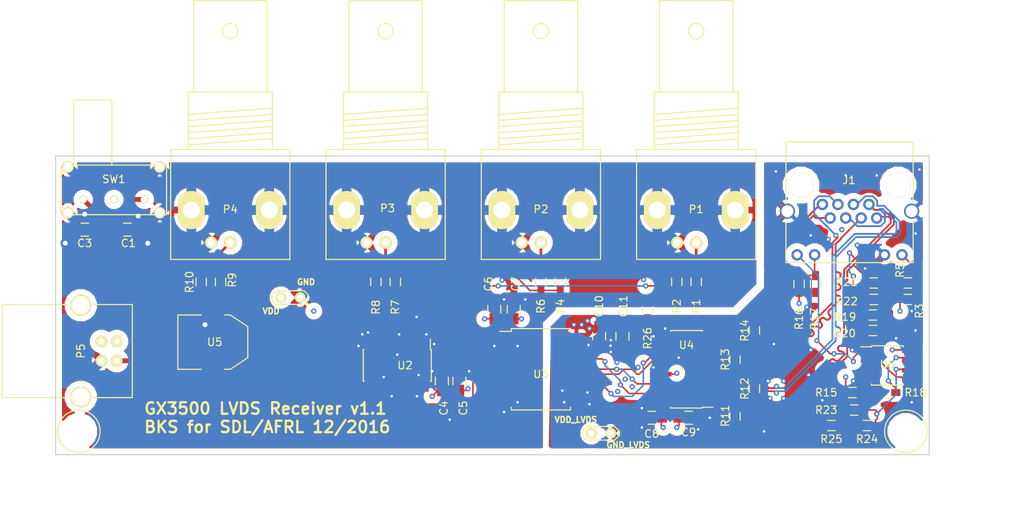
<source format=kicad_pcb>
(kicad_pcb (version 4) (host pcbnew 4.0.7-e2-6376~58~ubuntu14.04.1)
  (title_block (title "GX3500 LVDS Receiver") (date 2017-03-16) (rev 1.1) (company "SDL for AFRL/RVBYE") (comment 1 "Designed by Ben Stuhl"))
  (layers (0 F.Cu signal) (1 Gnd.Cu power) (2 Pwr.Cu power) (31 B.Cu signal) (34 B.Paste user) (35 F.Paste user) (36 B.SilkS user) (37 F.SilkS user) (38 B.Mask user) (39 F.Mask user) (44 Edge.Cuts user))
  (net 0 "")
  (net 1 +3V3)
  (net 2 GND)
  (net 3 +5V)
  (net 4 VDD)
  (net 5 +3.3VP)
  (net 6 GNDREF)
  (net 7 "Net-(P1-Pad1)")
  (net 8 "Net-(P2-Pad1)")
  (net 9 "Net-(P3-Pad1)")
  (net 10 "Net-(P4-Pad1)")
  (net 11 /SIG1)
  (net 12 /SIG2)
  (net 13 /SIG3)
  (net 14 /SIG4)
  (net 15 "Net-(U3-Pad7)")
  (net 16 /ISIG4)
  (net 17 /ISIG3)
  (net 18 /ISIG2)
  (net 19 /ISIG1)
  (net 20 /IN1-)
  (net 21 /IN2+)
  (net 22 /IN3+)
  (net 23 /IN3-)
  (net 24 /IN2-)
  (net 25 /IN1+)
  (net 26 /IN4-)
  (net 27 /IN4+)
  (net 28 /OUT1)
  (net 29 /OUT2)
  (net 30 /OUT3)
  (net 31 /OUT4)
  (net 32 /LED1_K)
  (net 33 /LED1_A)
  (net 34 /LED2_A)
  (net 35 "Net-(R15-Pad2)")
  (net 36 "Net-(R19-Pad1)")
  (net 37 "Net-(R20-Pad1)")
  (net 38 "Net-(R21-Pad1)")
  (net 39 "Net-(R18-Pad1)")
  (net 40 "Net-(R23-Pad2)")
  (net 41 "Net-(R24-Pad2)")
  (net 42 "Net-(P5-Pad2)")
  (net 43 "Net-(P5-Pad3)")
  (net 44 "Net-(P5-Pad5)")
  (module TO_SOT_Packages_SMD:SOT-223 (layer F.Cu) (at 105.664 80.264 270)
    (fp_text reference U5 (at 0 -0.254 360) (layer F.SilkS))
    (fp_text value LD1117S33CTR)
    (pad 4 smd rect (at 0 -3.302 270) (size 3.6576 2.032) (layers F.Cu F.Paste F.Mask))
    (pad 2 smd rect (at 0 3.302 270) (size 1.016 2.032) (layers F.Cu F.Paste F.Mask) (net 1 +3V3))
    (pad 3 smd rect (at 2.286 3.302 270) (size 1.016 2.032) (layers F.Cu F.Paste F.Mask) (net 3 +5V))
    (pad 1 smd rect (at -2.286 3.302 270) (size 1.016 2.032) (layers F.Cu F.Paste F.Mask) (net 2 GND))
  )
  (module Sockets_BNC:BNC_Socket_TYCO-AMP (layer F.Cu) (at 148.59 62.23)
    (fp_text reference P2 (at 0 0.635) (layer F.SilkS))
    (fp_text value BNC)
    (pad 2 thru_hole oval (at -5.09778 0.7366) (size 3.50012 5.00126) (drill 2.19964) (layers *.Cu *.Mask F.SilkS) (net 2 GND))
    (pad 2 thru_hole oval (at 5.10032 0.7366) (size 3.50012 5.00126) (drill 2.19964) (layers *.Cu *.Mask F.SilkS) (net 2 GND))
    (pad 1 thru_hole circle (at 0 5.00126) (size 1.6002 1.6002) (drill 1.00076) (layers *.Cu *.Mask F.SilkS) (net 8 "Net-(P2-Pad1)"))
    (pad 2 thru_hole circle (at -2.49936 5.00126) (size 1.6002 1.6002) (drill 1.00076) (layers *.Cu *.Mask F.SilkS) (net 2 GND))
  )
  (module Housings_SOIC:SOIC-16_7.5x10.3mm_Pitch1.27mm (layer F.Cu) (at 148.59 83.82)
    (fp_text reference U3 (at 0 0.635) (layer F.SilkS))
    (fp_text value ADum5404CRWZ)
    (pad 1 smd rect (at -4.65 -4.445) (size 1.5 0.6) (layers F.Cu F.Paste F.Mask) (net 4 VDD))
    (pad 2 smd rect (at -4.65 -3.175) (size 1.5 0.6) (layers F.Cu F.Paste F.Mask) (net 2 GND))
    (pad 3 smd rect (at -4.65 -1.905) (size 1.5 0.6) (layers F.Cu F.Paste F.Mask) (net 11 /SIG1))
    (pad 4 smd rect (at -4.65 -0.635) (size 1.5 0.6) (layers F.Cu F.Paste F.Mask) (net 12 /SIG2))
    (pad 5 smd rect (at -4.65 0.635) (size 1.5 0.6) (layers F.Cu F.Paste F.Mask) (net 13 /SIG3))
    (pad 6 smd rect (at -4.65 1.905) (size 1.5 0.6) (layers F.Cu F.Paste F.Mask) (net 14 /SIG4))
    (pad 7 smd rect (at -4.65 3.175) (size 1.5 0.6) (layers F.Cu F.Paste F.Mask) (net 15 "Net-(U3-Pad7)"))
    (pad 8 smd rect (at -4.65 4.445) (size 1.5 0.6) (layers F.Cu F.Paste F.Mask) (net 2 GND))
    (pad 9 smd rect (at 4.65 4.445) (size 1.5 0.6) (layers F.Cu F.Paste F.Mask) (net 6 GNDREF))
    (pad 10 smd rect (at 4.65 3.175) (size 1.5 0.6) (layers F.Cu F.Paste F.Mask) (net 6 GNDREF))
    (pad 11 smd rect (at 4.65 1.905) (size 1.5 0.6) (layers F.Cu F.Paste F.Mask) (net 16 /ISIG4))
    (pad 12 smd rect (at 4.65 0.635) (size 1.5 0.6) (layers F.Cu F.Paste F.Mask) (net 17 /ISIG3))
    (pad 13 smd rect (at 4.65 -0.635) (size 1.5 0.6) (layers F.Cu F.Paste F.Mask) (net 18 /ISIG2))
    (pad 14 smd rect (at 4.65 -1.905) (size 1.5 0.6) (layers F.Cu F.Paste F.Mask) (net 19 /ISIG1))
    (pad 15 smd rect (at 4.65 -3.175) (size 1.5 0.6) (layers F.Cu F.Paste F.Mask) (net 6 GNDREF))
    (pad 16 smd rect (at 4.65 -4.445) (size 1.5 0.6) (layers F.Cu F.Paste F.Mask) (net 5 +3.3VP))
  )
  (module Capacitors_SMD:C_0805_HandSoldering (layer F.Cu) (at 94.488 65.532)
    (fp_text reference C1 (at 0.127 1.778) (layer F.SilkS))
    (fp_text value 1uF)
    (pad 1 smd rect (at -1.25 0) (size 1.5 1.25) (layers F.Cu F.Paste F.Mask) (net 1 +3V3))
    (pad 2 smd rect (at 1.25 0) (size 1.5 1.25) (layers F.Cu F.Paste F.Mask) (net 2 GND))
  )
  (module Capacitors_SMD:C_0805_HandSoldering (layer F.Cu) (at 88.9 65.532 180)
    (fp_text reference C3 (at 0 -1.778 180) (layer F.SilkS))
    (fp_text value 1uF)
    (pad 1 smd rect (at -1.25 0 180) (size 1.5 1.25) (layers F.Cu F.Paste F.Mask) (net 3 +5V))
    (pad 2 smd rect (at 1.25 0 180) (size 1.5 1.25) (layers F.Cu F.Paste F.Mask) (net 2 GND))
  )
  (module Capacitors_SMD:C_0805_HandSoldering (layer F.Cu) (at 135.636 85.344 90)
    (fp_text reference C4 (at -3.556 0.254 90) (layer F.SilkS))
    (fp_text value 100nF)
    (pad 1 smd rect (at -1.25 0 90) (size 1.5 1.25) (layers F.Cu F.Paste F.Mask) (net 4 VDD))
    (pad 2 smd rect (at 1.25 0 90) (size 1.5 1.25) (layers F.Cu F.Paste F.Mask) (net 2 GND))
  )
  (module Capacitors_SMD:C_0805_HandSoldering (layer F.Cu) (at 137.922 85.344 90)
    (fp_text reference C5 (at -3.556 0.508 90) (layer F.SilkS))
    (fp_text value 1uF)
    (pad 1 smd rect (at -1.25 0 90) (size 1.5 1.25) (layers F.Cu F.Paste F.Mask) (net 4 VDD))
    (pad 2 smd rect (at 1.25 0 90) (size 1.5 1.25) (layers F.Cu F.Paste F.Mask) (net 2 GND))
  )
  (module Capacitors_SMD:C_0805_HandSoldering (layer F.Cu) (at 142.494 75.946 90)
    (fp_text reference C6 (at 3.302 -0.762 90) (layer F.SilkS))
    (fp_text value 100nF)
    (pad 1 smd rect (at -1.25 0 90) (size 1.5 1.25) (layers F.Cu F.Paste F.Mask) (net 4 VDD))
    (pad 2 smd rect (at 1.25 0 90) (size 1.5 1.25) (layers F.Cu F.Paste F.Mask) (net 2 GND))
  )
  (module Capacitors_SMD:C_0805_HandSoldering (layer F.Cu) (at 145.034 75.946 90)
    (fp_text reference C7 (at 3.302 0.254 90) (layer F.SilkS))
    (fp_text value 10uF)
    (pad 1 smd rect (at -1.25 0 90) (size 1.5 1.25) (layers F.Cu F.Paste F.Mask) (net 4 VDD))
    (pad 2 smd rect (at 1.25 0 90) (size 1.5 1.25) (layers F.Cu F.Paste F.Mask) (net 2 GND))
  )
  (module Capacitors_SMD:C_0805_HandSoldering (layer F.Cu) (at 163.088 90.17 180)
    (fp_text reference C8 (at 0 -2.1 180) (layer F.SilkS))
    (fp_text value 100nF)
    (pad 1 smd rect (at -1.25 0 180) (size 1.5 1.25) (layers F.Cu F.Paste F.Mask) (net 5 +3.3VP))
    (pad 2 smd rect (at 1.25 0 180) (size 1.5 1.25) (layers F.Cu F.Paste F.Mask) (net 6 GNDREF))
  )
  (module Capacitors_SMD:C_0805_HandSoldering (layer F.Cu) (at 167.914 90.17)
    (fp_text reference C9 (at 0 1.905) (layer F.SilkS))
    (fp_text value 1uF)
    (pad 1 smd rect (at -1.25 0) (size 1.5 1.25) (layers F.Cu F.Paste F.Mask) (net 5 +3.3VP))
    (pad 2 smd rect (at 1.25 0) (size 1.5 1.25) (layers F.Cu F.Paste F.Mask) (net 6 GNDREF))
  )
  (module Capacitors_SMD:C_0805_HandSoldering (layer F.Cu) (at 156.21 79.482 270)
    (fp_text reference C10 (at -3.917 0 270) (layer F.SilkS))
    (fp_text value 100nF)
    (pad 1 smd rect (at -1.25 0 270) (size 1.5 1.25) (layers F.Cu F.Paste F.Mask) (net 5 +3.3VP))
    (pad 2 smd rect (at 1.25 0 270) (size 1.5 1.25) (layers F.Cu F.Paste F.Mask) (net 6 GNDREF))
  )
  (module Capacitors_SMD:C_0805_HandSoldering (layer F.Cu) (at 159.258 79.522 270)
    (fp_text reference C11 (at -3.957 -0.127 270) (layer F.SilkS))
    (fp_text value 10uF)
    (pad 1 smd rect (at -1.25 0 270) (size 1.5 1.25) (layers F.Cu F.Paste F.Mask) (net 5 +3.3VP))
    (pad 2 smd rect (at 1.25 0 270) (size 1.5 1.25) (layers F.Cu F.Paste F.Mask) (net 6 GNDREF))
  )
  (module Sockets_BNC:BNC_Socket_TYCO-AMP (layer F.Cu) (at 168.91 62.23)
    (fp_text reference P1 (at 0 0.635) (layer F.SilkS))
    (fp_text value BNC)
    (pad 2 thru_hole oval (at -5.09778 0.7366) (size 3.50012 5.00126) (drill 2.19964) (layers *.Cu *.Mask F.SilkS) (net 2 GND))
    (pad 2 thru_hole oval (at 5.10032 0.7366) (size 3.50012 5.00126) (drill 2.19964) (layers *.Cu *.Mask F.SilkS) (net 2 GND))
    (pad 1 thru_hole circle (at 0 5.00126) (size 1.6002 1.6002) (drill 1.00076) (layers *.Cu *.Mask F.SilkS) (net 7 "Net-(P1-Pad1)"))
    (pad 2 thru_hole circle (at -2.49936 5.00126) (size 1.6002 1.6002) (drill 1.00076) (layers *.Cu *.Mask F.SilkS) (net 2 GND))
  )
  (module Sockets_BNC:BNC_Socket_TYCO-AMP (layer F.Cu) (at 128.27 62.23)
    (fp_text reference P3 (at 0.254 0.508) (layer F.SilkS))
    (fp_text value BNC)
    (pad 2 thru_hole oval (at -5.09778 0.7366) (size 3.50012 5.00126) (drill 2.19964) (layers *.Cu *.Mask F.SilkS) (net 2 GND))
    (pad 2 thru_hole oval (at 5.10032 0.7366) (size 3.50012 5.00126) (drill 2.19964) (layers *.Cu *.Mask F.SilkS) (net 2 GND))
    (pad 1 thru_hole circle (at 0 5.00126) (size 1.6002 1.6002) (drill 1.00076) (layers *.Cu *.Mask F.SilkS) (net 9 "Net-(P3-Pad1)"))
    (pad 2 thru_hole circle (at -2.49936 5.00126) (size 1.6002 1.6002) (drill 1.00076) (layers *.Cu *.Mask F.SilkS) (net 2 GND))
  )
  (module Sockets_BNC:BNC_Socket_TYCO-AMP (layer F.Cu) (at 107.95 62.23)
    (fp_text reference P4 (at 0 0.635) (layer F.SilkS))
    (fp_text value BNC)
    (pad 2 thru_hole oval (at -5.09778 0.7366) (size 3.50012 5.00126) (drill 2.19964) (layers *.Cu *.Mask F.SilkS) (net 2 GND))
    (pad 2 thru_hole oval (at 5.10032 0.7366) (size 3.50012 5.00126) (drill 2.19964) (layers *.Cu *.Mask F.SilkS) (net 2 GND))
    (pad 1 thru_hole circle (at 0 5.00126) (size 1.6002 1.6002) (drill 1.00076) (layers *.Cu *.Mask F.SilkS) (net 10 "Net-(P4-Pad1)"))
    (pad 2 thru_hole circle (at -2.49936 5.00126) (size 1.6002 1.6002) (drill 1.00076) (layers *.Cu *.Mask F.SilkS) (net 2 GND))
  )
  (module Resistors_SMD:R_0603_HandSoldering (layer F.Cu) (at 168.91 72.39 270)
    (fp_text reference R1 (at 3.175 0 270) (layer F.SilkS))
    (fp_text value 100)
    (pad 1 smd rect (at -1.1 0 270) (size 1.2 0.9) (layers F.Cu F.Paste F.Mask) (net 7 "Net-(P1-Pad1)"))
    (pad 2 smd rect (at 1.1 0 270) (size 1.2 0.9) (layers F.Cu F.Paste F.Mask) (net 28 /OUT1))
  )
  (module Resistors_SMD:R_0603_HandSoldering (layer F.Cu) (at 166.37 72.39 270)
    (fp_text reference R2 (at 3.175 0 270) (layer F.SilkS))
    (fp_text value 100)
    (pad 1 smd rect (at -1.1 0 270) (size 1.2 0.9) (layers F.Cu F.Paste F.Mask) (net 7 "Net-(P1-Pad1)"))
    (pad 2 smd rect (at 1.1 0 270) (size 1.2 0.9) (layers F.Cu F.Paste F.Mask) (net 28 /OUT1))
  )
  (module Resistors_SMD:R_0603_HandSoldering (layer F.Cu) (at 151.13 72.39 270)
    (fp_text reference R4 (at 3.175 0 270) (layer F.SilkS))
    (fp_text value 100)
    (pad 1 smd rect (at -1.1 0 270) (size 1.2 0.9) (layers F.Cu F.Paste F.Mask) (net 8 "Net-(P2-Pad1)"))
    (pad 2 smd rect (at 1.1 0 270) (size 1.2 0.9) (layers F.Cu F.Paste F.Mask) (net 29 /OUT2))
  )
  (module Resistors_SMD:R_0603_HandSoldering (layer F.Cu) (at 148.59 72.39 270)
    (fp_text reference R6 (at 3.175 0 270) (layer F.SilkS))
    (fp_text value 100)
    (pad 1 smd rect (at -1.1 0 270) (size 1.2 0.9) (layers F.Cu F.Paste F.Mask) (net 8 "Net-(P2-Pad1)"))
    (pad 2 smd rect (at 1.1 0 270) (size 1.2 0.9) (layers F.Cu F.Paste F.Mask) (net 29 /OUT2))
  )
  (module Resistors_SMD:R_0603_HandSoldering (layer F.Cu) (at 129.54 72.39 270)
    (fp_text reference R7 (at 3.302 0 270) (layer F.SilkS))
    (fp_text value 100)
    (pad 1 smd rect (at -1.1 0 270) (size 1.2 0.9) (layers F.Cu F.Paste F.Mask) (net 9 "Net-(P3-Pad1)"))
    (pad 2 smd rect (at 1.1 0 270) (size 1.2 0.9) (layers F.Cu F.Paste F.Mask) (net 30 /OUT3))
  )
  (module Resistors_SMD:R_0603_HandSoldering (layer F.Cu) (at 127 72.39 270)
    (fp_text reference R8 (at 3.302 0 270) (layer F.SilkS))
    (fp_text value 100)
    (pad 1 smd rect (at -1.1 0 270) (size 1.2 0.9) (layers F.Cu F.Paste F.Mask) (net 9 "Net-(P3-Pad1)"))
    (pad 2 smd rect (at 1.1 0 270) (size 1.2 0.9) (layers F.Cu F.Paste F.Mask) (net 30 /OUT3))
  )
  (module Resistors_SMD:R_0603_HandSoldering (layer F.Cu) (at 106.68 72.39 270)
    (fp_text reference R9 (at -0.254 -1.524 270) (layer F.SilkS))
    (fp_text value 100)
    (pad 1 smd rect (at -1.1 0 270) (size 1.2 0.9) (layers F.Cu F.Paste F.Mask) (net 10 "Net-(P4-Pad1)"))
    (pad 2 smd rect (at 1.1 0 270) (size 1.2 0.9) (layers F.Cu F.Paste F.Mask) (net 31 /OUT4))
  )
  (module Resistors_SMD:R_0603_HandSoldering (layer F.Cu) (at 104.14 72.39 270)
    (fp_text reference R10 (at 0 1.524 270) (layer F.SilkS))
    (fp_text value 100)
    (pad 1 smd rect (at -1.1 0 270) (size 1.2 0.9) (layers F.Cu F.Paste F.Mask) (net 10 "Net-(P4-Pad1)"))
    (pad 2 smd rect (at 1.1 0 270) (size 1.2 0.9) (layers F.Cu F.Paste F.Mask) (net 31 /OUT4))
  )
  (module Resistors_SMD:R_0603_HandSoldering (layer F.Cu) (at 173.99 90 90)
    (fp_text reference R11 (at 0.084 -1.27 90) (layer F.SilkS))
    (fp_text value 100)
    (pad 1 smd rect (at -1.1 0 90) (size 1.2 0.9) (layers F.Cu F.Paste F.Mask) (net 20 /IN1-))
    (pad 2 smd rect (at 1.1 0 90) (size 1.2 0.9) (layers F.Cu F.Paste F.Mask) (net 25 /IN1+))
  )
  (module Resistors_SMD:R_0603_HandSoldering (layer F.Cu) (at 176.53 86.36 90)
    (fp_text reference R12 (at 0 -1.27 90) (layer F.SilkS))
    (fp_text value 100)
    (pad 1 smd rect (at -1.1 0 90) (size 1.2 0.9) (layers F.Cu F.Paste F.Mask) (net 21 /IN2+))
    (pad 2 smd rect (at 1.1 0 90) (size 1.2 0.9) (layers F.Cu F.Paste F.Mask) (net 24 /IN2-))
  )
  (module Resistors_SMD:R_0603_HandSoldering (layer F.Cu) (at 173.99 82.55 90)
    (fp_text reference R13 (at 0 -1.27 90) (layer F.SilkS))
    (fp_text value 100)
    (pad 1 smd rect (at -1.1 0 90) (size 1.2 0.9) (layers F.Cu F.Paste F.Mask) (net 23 /IN3-))
    (pad 2 smd rect (at 1.1 0 90) (size 1.2 0.9) (layers F.Cu F.Paste F.Mask) (net 22 /IN3+))
  )
  (module Resistors_SMD:R_0603_HandSoldering (layer F.Cu) (at 176.53 78.74 90)
    (fp_text reference R14 (at 0 -1.27 90) (layer F.SilkS))
    (fp_text value 100)
    (pad 1 smd rect (at -1.1 0 90) (size 1.2 0.9) (layers F.Cu F.Paste F.Mask) (net 27 /IN4+))
    (pad 2 smd rect (at 1.1 0 90) (size 1.2 0.9) (layers F.Cu F.Paste F.Mask) (net 26 /IN4-))
  )
  (module Housings_SOIC:SOIC-14_3.9x8.7mm_Pitch1.27mm (layer F.Cu) (at 129.794 83.312 270)
    (fp_text reference U2 (at 0 -1.016 360) (layer F.SilkS))
    (fp_text value SN74LV125A)
    (pad 1 smd rect (at -2.7 -3.81 270) (size 1.5 0.6) (layers F.Cu F.Paste F.Mask) (net 2 GND))
    (pad 2 smd rect (at -2.7 -2.54 270) (size 1.5 0.6) (layers F.Cu F.Paste F.Mask) (net 11 /SIG1))
    (pad 3 smd rect (at -2.7 -1.27 270) (size 1.5 0.6) (layers F.Cu F.Paste F.Mask) (net 28 /OUT1))
    (pad 4 smd rect (at -2.7 0 270) (size 1.5 0.6) (layers F.Cu F.Paste F.Mask) (net 2 GND))
    (pad 5 smd rect (at -2.7 1.27 270) (size 1.5 0.6) (layers F.Cu F.Paste F.Mask) (net 12 /SIG2))
    (pad 6 smd rect (at -2.7 2.54 270) (size 1.5 0.6) (layers F.Cu F.Paste F.Mask) (net 29 /OUT2))
    (pad 7 smd rect (at -2.7 3.81 270) (size 1.5 0.6) (layers F.Cu F.Paste F.Mask) (net 2 GND))
    (pad 8 smd rect (at 2.7 3.81 270) (size 1.5 0.6) (layers F.Cu F.Paste F.Mask) (net 31 /OUT4))
    (pad 9 smd rect (at 2.7 2.54 270) (size 1.5 0.6) (layers F.Cu F.Paste F.Mask) (net 14 /SIG4))
    (pad 10 smd rect (at 2.7 1.27 270) (size 1.5 0.6) (layers F.Cu F.Paste F.Mask) (net 2 GND))
    (pad 11 smd rect (at 2.7 0 270) (size 1.5 0.6) (layers F.Cu F.Paste F.Mask) (net 30 /OUT3))
    (pad 12 smd rect (at 2.7 -1.27 270) (size 1.5 0.6) (layers F.Cu F.Paste F.Mask) (net 13 /SIG3))
    (pad 13 smd rect (at 2.7 -2.54 270) (size 1.5 0.6) (layers F.Cu F.Paste F.Mask) (net 2 GND))
    (pad 14 smd rect (at 2.7 -3.81 270) (size 1.5 0.6) (layers F.Cu F.Paste F.Mask) (net 4 VDD))
  )
  (module Housings_SOIC:SOIC-16_3.9x9.9mm_Pitch1.27mm (layer F.Cu) (at 167.64 83.82 180)
    (fp_text reference U4 (at 0 3.175 180) (layer F.SilkS))
    (fp_text value SN65LVDS048A)
    (pad 1 smd rect (at -2.7 -4.445 180) (size 1.5 0.6) (layers F.Cu F.Paste F.Mask) (net 20 /IN1-))
    (pad 2 smd rect (at -2.7 -3.175 180) (size 1.5 0.6) (layers F.Cu F.Paste F.Mask) (net 25 /IN1+))
    (pad 3 smd rect (at -2.7 -1.905 180) (size 1.5 0.6) (layers F.Cu F.Paste F.Mask) (net 21 /IN2+))
    (pad 4 smd rect (at -2.7 -0.635 180) (size 1.5 0.6) (layers F.Cu F.Paste F.Mask) (net 24 /IN2-))
    (pad 5 smd rect (at -2.7 0.635 180) (size 1.5 0.6) (layers F.Cu F.Paste F.Mask) (net 23 /IN3-))
    (pad 6 smd rect (at -2.7 1.905 180) (size 1.5 0.6) (layers F.Cu F.Paste F.Mask) (net 22 /IN3+))
    (pad 7 smd rect (at -2.7 3.175 180) (size 1.5 0.6) (layers F.Cu F.Paste F.Mask) (net 27 /IN4+))
    (pad 8 smd rect (at -2.7 4.445 180) (size 1.5 0.6) (layers F.Cu F.Paste F.Mask) (net 26 /IN4-))
    (pad 9 smd rect (at 2.7 4.445 180) (size 1.5 0.6) (layers F.Cu F.Paste F.Mask) (net 6 GNDREF))
    (pad 10 smd rect (at 2.7 3.175 180) (size 1.5 0.6) (layers F.Cu F.Paste F.Mask) (net 16 /ISIG4))
    (pad 11 smd rect (at 2.7 1.905 180) (size 1.5 0.6) (layers F.Cu F.Paste F.Mask) (net 17 /ISIG3))
    (pad 12 smd rect (at 2.7 0.635 180) (size 1.5 0.6) (layers F.Cu F.Paste F.Mask) (net 6 GNDREF))
    (pad 13 smd rect (at 2.7 -0.635 180) (size 1.5 0.6) (layers F.Cu F.Paste F.Mask) (net 5 +3.3VP))
    (pad 14 smd rect (at 2.7 -1.905 180) (size 1.5 0.6) (layers F.Cu F.Paste F.Mask) (net 18 /ISIG2))
    (pad 15 smd rect (at 2.7 -3.175 180) (size 1.5 0.6) (layers F.Cu F.Paste F.Mask) (net 19 /ISIG1))
    (pad 16 smd rect (at 2.7 -4.445 180) (size 1.5 0.6) (layers F.Cu F.Paste F.Mask) (net 5 +3.3VP))
  )
  (module Measurement_Points:Test_Point_2Pads (layer F.Cu) (at 115.824 74.422)
    (fp_text reference W1 hide)
    (fp_text value TEST)
    (pad 1 thru_hole circle (at -1.27 0) (size 1.397 1.397) (drill 0.8128) (layers *.Cu *.Mask F.SilkS) (net 4 VDD))
    (pad 2 thru_hole circle (at 1.27 0) (size 1.397 1.397) (drill 0.8128) (layers *.Cu *.Mask F.SilkS) (net 2 GND))
  )
  (module Measurement_Points:Test_Point_2Pads (layer F.Cu) (at 156.464 92.202)
    (fp_text reference W2 hide)
    (fp_text value TEST)
    (pad 1 thru_hole circle (at -1.27 0) (size 1.397 1.397) (drill 0.8128) (layers *.Cu *.Mask F.SilkS) (net 5 +3.3VP))
    (pad 2 thru_hole circle (at 1.27 0) (size 1.397 1.397) (drill 0.8128) (layers *.Cu *.Mask F.SilkS) (net 6 GNDREF))
  )
  (module Resistors_SMD:R_0603_HandSoldering (layer F.Cu) (at 196.596 74.676)
    (fp_text reference R3 (at 1.524 1.524 90) (layer F.SilkS))
    (fp_text value 1.2k)
    (pad 1 smd rect (at -1.1 0) (size 1.2 0.9) (layers F.Cu F.Paste F.Mask) (net 5 +3.3VP))
    (pad 2 smd rect (at 1.1 0) (size 1.2 0.9) (layers F.Cu F.Paste F.Mask) (net 34 /LED2_A))
  )
  (module Resistors_SMD:R_0603_HandSoldering (layer F.Cu) (at 196.596 72.517)
    (fp_text reference R5 (at -1.016 -1.651 90) (layer F.SilkS))
    (fp_text value 1.2k)
    (pad 1 smd rect (at -1.1 0) (size 1.2 0.9) (layers F.Cu F.Paste F.Mask) (net 5 +3.3VP))
    (pad 2 smd rect (at 1.1 0) (size 1.2 0.9) (layers F.Cu F.Paste F.Mask) (net 34 /LED2_A))
  )
  (module Resistors_SMD:R_0603_HandSoldering (layer F.Cu) (at 189.357 86.868)
    (fp_text reference R15 (at -3.429 0) (layer F.SilkS))
    (fp_text value 1.2k)
    (pad 1 smd rect (at -1.1 0) (size 1.2 0.9) (layers F.Cu F.Paste F.Mask) (net 5 +3.3VP))
    (pad 2 smd rect (at 1.1 0) (size 1.2 0.9) (layers F.Cu F.Paste F.Mask) (net 35 "Net-(R15-Pad2)"))
  )
  (module Resistors_SMD:R_0603_HandSoldering (layer F.Cu) (at 182.372 72.644 270)
    (fp_text reference R16 (at 4.572 0 270) (layer F.SilkS))
    (fp_text value 1.2k)
    (pad 1 smd rect (at -1.1 0 270) (size 1.2 0.9) (layers F.Cu F.Paste F.Mask) (net 33 /LED1_A))
    (pad 2 smd rect (at 1.1 0 270) (size 1.2 0.9) (layers F.Cu F.Paste F.Mask) (net 5 +3.3VP))
  )
  (module Resistors_SMD:R_0603_HandSoldering (layer F.Cu) (at 184.531 72.644 270)
    (fp_text reference R17 (at 4.572 0.127 270) (layer F.SilkS))
    (fp_text value 1.2k)
    (pad 1 smd rect (at -1.1 0 270) (size 1.2 0.9) (layers F.Cu F.Paste F.Mask) (net 33 /LED1_A))
    (pad 2 smd rect (at 1.1 0 270) (size 1.2 0.9) (layers F.Cu F.Paste F.Mask) (net 5 +3.3VP))
  )
  (module Resistors_SMD:R_0603_HandSoldering (layer F.Cu) (at 193.929 86.868 180)
    (fp_text reference R18 (at -3.683 0 180) (layer F.SilkS))
    (fp_text value 100)
    (pad 1 smd rect (at -1.1 0 180) (size 1.2 0.9) (layers F.Cu F.Paste F.Mask) (net 39 "Net-(R18-Pad1)"))
    (pad 2 smd rect (at 1.1 0 180) (size 1.2 0.9) (layers F.Cu F.Paste F.Mask) (net 35 "Net-(R15-Pad2)"))
  )
  (module Resistors_SMD:R_0603_HandSoldering (layer F.Cu) (at 192.024 76.708 180)
    (fp_text reference R19 (at 3.64 -0.254 180) (layer F.SilkS))
    (fp_text value 1.2k)
    (pad 1 smd rect (at -1.1 0 180) (size 1.2 0.9) (layers F.Cu F.Paste F.Mask) (net 36 "Net-(R19-Pad1)"))
    (pad 2 smd rect (at 1.1 0 180) (size 1.2 0.9) (layers F.Cu F.Paste F.Mask) (net 25 /IN1+))
  )
  (module Resistors_SMD:R_0603_HandSoldering (layer F.Cu) (at 192.024 78.74)
    (fp_text reference R20 (at -3.683 0.381) (layer F.SilkS))
    (fp_text value 1.2k)
    (pad 1 smd rect (at -1.1 0) (size 1.2 0.9) (layers F.Cu F.Paste F.Mask) (net 37 "Net-(R20-Pad1)"))
    (pad 2 smd rect (at 1.1 0) (size 1.2 0.9) (layers F.Cu F.Paste F.Mask) (net 36 "Net-(R19-Pad1)"))
  )
  (module Resistors_SMD:R_0603_HandSoldering (layer F.Cu) (at 192.151 72.517 180)
    (fp_text reference R21 (at 3.556 0.127 180) (layer F.SilkS))
    (fp_text value 1.2k)
    (pad 1 smd rect (at -1.1 0 180) (size 1.2 0.9) (layers F.Cu F.Paste F.Mask) (net 38 "Net-(R21-Pad1)"))
    (pad 2 smd rect (at 1.1 0 180) (size 1.2 0.9) (layers F.Cu F.Paste F.Mask) (net 20 /IN1-))
  )
  (module Resistors_SMD:R_0603_HandSoldering (layer F.Cu) (at 192.151 74.676)
    (fp_text reference R22 (at -3.556 0.254) (layer F.SilkS))
    (fp_text value 1.2k)
    (pad 1 smd rect (at -1.1 0) (size 1.2 0.9) (layers F.Cu F.Paste F.Mask) (net 37 "Net-(R20-Pad1)"))
    (pad 2 smd rect (at 1.1 0) (size 1.2 0.9) (layers F.Cu F.Paste F.Mask) (net 38 "Net-(R21-Pad1)"))
  )
  (module Housings_SOIC:SOIC-8_3.9x4.9mm_Pitch1.27mm (layer F.Cu) (at 193.929 83.312)
    (fp_text reference U6 (at 0 -0.127) (layer F.SilkS))
    (fp_text value LM393)
    (pad 1 smd rect (at -2.7 -1.905) (size 1.55 0.6) (layers F.Cu F.Paste F.Mask) (net 32 /LED1_K))
    (pad 2 smd rect (at -2.7 -0.635) (size 1.55 0.6) (layers F.Cu F.Paste F.Mask) (net 37 "Net-(R20-Pad1)"))
    (pad 3 smd rect (at -2.7 0.635) (size 1.55 0.6) (layers F.Cu F.Paste F.Mask) (net 35 "Net-(R15-Pad2)"))
    (pad 4 smd rect (at -2.7 1.905) (size 1.55 0.6) (layers F.Cu F.Paste F.Mask) (net 6 GNDREF))
    (pad 5 smd rect (at 2.7 1.905) (size 1.55 0.6) (layers F.Cu F.Paste F.Mask) (net 37 "Net-(R20-Pad1)"))
    (pad 6 smd rect (at 2.7 0.635) (size 1.55 0.6) (layers F.Cu F.Paste F.Mask) (net 40 "Net-(R23-Pad2)"))
    (pad 7 smd rect (at 2.7 -0.635) (size 1.55 0.6) (layers F.Cu F.Paste F.Mask) (net 39 "Net-(R18-Pad1)"))
    (pad 8 smd rect (at 2.7 -1.905) (size 1.55 0.6) (layers F.Cu F.Paste F.Mask) (net 5 +3.3VP))
  )
  (module AFRL_Footprints:RJHSE538X_SHIELDED (layer F.Cu) (at 185.42 62.23)
    (fp_text reference J1 (at 3.4925 -3.175) (layer F.SilkS))
    (fp_text value RJ45_LEDS_SHIELDED)
    (pad 13 thru_hole circle (at 11.684 0.889) (size 2 2) (drill 1.57) (layers *.Cu *.Mask) (net 6 GNDREF))
    (pad 9 thru_hole circle (at -3.302 6.604) (size 1.50114 1.50114) (drill 0.889) (layers *.Cu *.Mask) (net 32 /LED1_K))
    (pad 10 thru_hole circle (at -1.016 6.604) (size 1.50114 1.50114) (drill 0.889) (layers *.Cu *.Mask) (net 33 /LED1_A))
    (pad 11 thru_hole circle (at 8.128 6.604) (size 1.50114 1.50114) (drill 0.889) (layers *.Cu *.Mask) (net 6 GNDREF))
    (pad 12 thru_hole circle (at 10.414 6.604) (size 1.50114 1.50114) (drill 0.889) (layers *.Cu *.Mask) (net 34 /LED2_A))
    (pad 8 thru_hole circle (at 7.112 1.778) (size 1.50114 1.50114) (drill 0.889) (layers *.Cu *.Mask) (net 25 /IN1+))
    (pad 6 thru_hole circle (at 5.08 1.778) (size 1.50114 1.50114) (drill 0.889) (layers *.Cu *.Mask) (net 23 /IN3-))
    (pad 4 thru_hole circle (at 3.048 1.778) (size 1.50114 1.50114) (drill 0.889) (layers *.Cu *.Mask) (net 24 /IN2-))
    (pad 2 thru_hole circle (at 1.016 1.778) (size 1.50114 1.50114) (drill 0.889) (layers *.Cu *.Mask) (net 27 /IN4+))
    (pad 5 thru_hole circle (at 4.064 0) (size 1.50114 1.50114) (drill 0.889) (layers *.Cu *.Mask) (net 21 /IN2+))
    (pad 3 thru_hole circle (at 2.032 0) (size 1.50114 1.50114) (drill 0.889) (layers *.Cu *.Mask) (net 22 /IN3+))
    (pad 7 thru_hole circle (at 6.096 0) (size 1.50114 1.50114) (drill 0.889) (layers *.Cu *.Mask) (net 20 /IN1-))
    (pad 1 thru_hole circle (at 0 0) (size 1.50114 1.50114) (drill 0.889) (layers *.Cu *.Mask) (net 26 /IN4-))
    (pad "" thru_hole circle (at -2.794 -2.54) (size 3.3 3.3) (drill 3.3) (layers *.Cu *.Mask F.SilkS))
    (pad "" thru_hole circle (at 9.906 -2.54) (size 3.3 3.3) (drill 3.3) (layers *.Cu *.Mask F.SilkS))
    (pad 13 thru_hole circle (at -4.572 0.889) (size 2 2) (drill 1.57) (layers *.Cu *.Mask) (net 6 GNDREF))
  )
  (module AFRL_Footprints:EG_1224 (layer F.Cu) (at 92.71 60.325)
    (fp_text reference SW1 (at 0 -1.397) (layer F.SilkS))
    (fp_text value Switch_SPDT_Shielded)
    (pad G thru_hole circle (at 6 -3) (size 1.5 1.5) (drill 1.1) (layers *.Cu *.Mask F.SilkS) (net 2 GND))
    (pad G thru_hole circle (at -6 3) (size 1.5 1.5) (drill 1.1) (layers *.Cu *.Mask F.SilkS) (net 2 GND))
    (pad G thru_hole circle (at 6 3) (size 1.5 1.5) (drill 1.1) (layers *.Cu *.Mask F.SilkS) (net 2 GND))
    (pad G thru_hole circle (at -6 -3) (size 1.5 1.5) (drill 1.1) (layers *.Cu *.Mask F.SilkS) (net 2 GND))
    (pad 3 thru_hole circle (at -4 1.25) (size 1 1) (drill 0.8) (layers *.Cu *.Mask F.SilkS) (net 3 +5V))
    (pad 2 thru_hole circle (at 0 1.25) (size 1 1) (drill 0.8) (layers *.Cu *.Mask F.SilkS) (net 4 VDD))
    (pad 1 thru_hole circle (at 4 1.25) (size 1 1) (drill 0.8) (layers *.Cu *.Mask F.SilkS) (net 1 +3V3))
  )
  (module Resistors_SMD:R_0603_HandSoldering (layer F.Cu) (at 189.568 89.154)
    (fp_text reference R23 (at -3.64 0) (layer F.SilkS))
    (fp_text value 1.2k)
    (pad 1 smd rect (at -1.1 0) (size 1.2 0.9) (layers F.Cu F.Paste F.Mask) (net 5 +3.3VP))
    (pad 2 smd rect (at 1.1 0) (size 1.2 0.9) (layers F.Cu F.Paste F.Mask) (net 40 "Net-(R23-Pad2)"))
  )
  (module Resistors_SMD:R_0603_HandSoldering (layer F.Cu) (at 191.262 91.186 180)
    (fp_text reference R24 (at 0 -1.778 180) (layer F.SilkS))
    (fp_text value 1.2k)
    (pad 1 smd rect (at -1.1 0 180) (size 1.2 0.9) (layers F.Cu F.Paste F.Mask) (net 40 "Net-(R23-Pad2)"))
    (pad 2 smd rect (at 1.1 0 180) (size 1.2 0.9) (layers F.Cu F.Paste F.Mask) (net 41 "Net-(R24-Pad2)"))
  )
  (module Resistors_SMD:R_0603_HandSoldering (layer F.Cu) (at 186.606 91.186 180)
    (fp_text reference R25 (at 0 -1.778 180) (layer F.SilkS))
    (fp_text value 1.2k)
    (pad 1 smd rect (at -1.1 0 180) (size 1.2 0.9) (layers F.Cu F.Paste F.Mask) (net 41 "Net-(R24-Pad2)"))
    (pad 2 smd rect (at 1.1 0 180) (size 1.2 0.9) (layers F.Cu F.Paste F.Mask) (net 6 GNDREF))
  )
  (module Resistors_SMD:R_0603_HandSoldering (layer F.Cu) (at 162.56 76.116 90)
    (fp_text reference R26 (at -3.64 0 90) (layer F.SilkS))
    (fp_text value 1.2k)
    (pad 1 smd rect (at -1.1 0 90) (size 1.2 0.9) (layers F.Cu F.Paste F.Mask) (net 6 GNDREF))
    (pad 2 smd rect (at 1.1 0 90) (size 1.2 0.9) (layers F.Cu F.Paste F.Mask) (net 2 GND))
  )
  (module Connect:USB_B (layer F.Cu) (at 93.091 82.70748 180)
    (fp_text reference P5 (at 4.699 1.27 270) (layer F.SilkS))
    (fp_text value USB_B)
    (pad 2 thru_hole circle (at 0 2.54 90) (size 1.524 1.524) (drill 0.8128) (layers *.Cu *.Mask F.SilkS) (net 42 "Net-(P5-Pad2)"))
    (pad 1 thru_hole circle (at 0 0 90) (size 1.524 1.524) (drill 0.8128) (layers *.Cu *.Mask F.SilkS) (net 3 +5V))
    (pad 4 thru_hole circle (at 1.99898 0 90) (size 1.524 1.524) (drill 0.8128) (layers *.Cu *.Mask F.SilkS) (net 2 GND))
    (pad 3 thru_hole circle (at 1.99898 2.54 90) (size 1.524 1.524) (drill 0.8128) (layers *.Cu *.Mask F.SilkS) (net 43 "Net-(P5-Pad3)"))
    (pad 5 thru_hole circle (at 4.699 7.26948 90) (size 2.70002 2.70002) (drill 2.30124) (layers *.Cu *.Mask F.SilkS) (net 44 "Net-(P5-Pad5)"))
    (pad 5 thru_hole circle (at 4.699 -4.72948 90) (size 2.70002 2.70002) (drill 2.30124) (layers *.Cu *.Mask F.SilkS) (net 44 "Net-(P5-Pad5)"))
  )
  (module AFRL_Footprints:#4-40 (layer F.Cu) (at 196.342 91.948)
    (fp_text reference REF** hide)
    (fp_text value "#4-40" hide)
    (pad "" np_thru_hole circle (at 0 0) (size 3.27 3.27) (drill 3.27) (layers *.Cu *.Mask))
  )
  (module AFRL_Footprints:#4-40 (layer F.Cu) (at 88.138 91.948)
    (fp_text reference REF** hide)
    (fp_text value "#4-40" hide)
    (pad "" np_thru_hole circle (at 0 0) (size 3.27 3.27) (drill 3.27) (layers *.Cu *.Mask))
  )
  (gr_text "GX3500 LVDS Receiver v1.1\nBKS for SDL/AFRL 12/2016" (at 96.52 90.17) (layer F.SilkS) (effects (font (size 1.5 1.5) (thickness 0.3)) (justify left)))
  (gr_text VDD (at 113.284 76.2) (layer F.SilkS) (effects (font (size 0.762 0.762) (thickness 0.1905))))
  (gr_text GND (at 117.856 72.39) (layer F.SilkS) (effects (font (size 0.762 0.762) (thickness 0.1905))))
  (gr_text VDD_LVDS (at 153.162 90.424) (layer F.SilkS) (effects (font (size 0.762 0.762) (thickness 0.1905))))
  (gr_text GND_LVDS (at 160.02 93.726) (layer F.SilkS) (effects (font (size 0.762 0.762) (thickness 0.1905))))
  (gr_line (start 85.09 95) (end 85.09 55.88) (angle 90) (layer Edge.Cuts) (width 0.15))
  (gr_line (start 199.39 95) (end 85.09 95) (angle 90) (layer Edge.Cuts) (width 0.15))
  (gr_line (start 199.39 55.88) (end 199.39 95) (angle 90) (layer Edge.Cuts) (width 0.15))
  (gr_line (start 85.09 55.88) (end 199.39 55.88) (angle 90) (layer Edge.Cuts) (width 0.15))
  (via (at 118.872 76.2) (size 0.6858) (drill 0.3302) (layers F.Cu B.Cu) (net 0))
  (segment (start 185.844 89.408) (end 185.844 88.308) (width 0.2032) (layer F.Cu) (net 0))
  (via (at 185.42 87.884) (size 0.6858) (drill 0.3302) (layers F.Cu B.Cu) (net 0))
  (segment (start 185.844 88.308) (end 185.42 87.884) (width 0.2032) (layer F.Cu) (net 0))
  (segment (start 102.108 80.264) (end 101.6 80.264) (width 0.635) (layer F.Cu) (net 1))
  (segment (start 101.6 80.264) (end 93.238 71.902) (width 0.635) (layer F.Cu) (net 1))
  (segment (start 93.238 71.902) (end 93.238 66.792) (width 0.635) (layer F.Cu) (net 1))
  (segment (start 93.238 66.792) (end 93.238 65.532) (width 0.635) (layer F.Cu) (net 1))
  (segment (start 93.238 65.532) (end 93.238 63.607) (width 0.635) (layer F.Cu) (net 1))
  (segment (start 93.238 63.607) (end 95.27 61.575) (width 0.635) (layer F.Cu) (net 1))
  (segment (start 95.27 61.575) (end 96.71 61.575) (width 0.635) (layer F.Cu) (net 1))
  (via (at 132.334 76.962) (size 0.6858) (drill 0.3302) (layers F.Cu B.Cu) (net 2))
  (via (at 143.51 72.136) (size 0.6858) (drill 0.3302) (layers F.Cu B.Cu) (net 2))
  (segment (start 102.362 77.978) (end 104.648 77.978) (width 0.635) (layer F.Cu) (net 2))
  (via (at 104.648 77.978) (size 1.27) (drill 0.635) (layers F.Cu B.Cu) (net 2))
  (segment (start 87.65 65.532) (end 87.65 66.02) (width 0.635) (layer F.Cu) (net 2))
  (segment (start 87.65 66.02) (end 86.36 67.31) (width 0.635) (layer F.Cu) (net 2))
  (segment (start 87.65 65.532) (end 87.65 64.75) (width 0.635) (layer F.Cu) (net 2))
  (segment (start 87.65 64.75) (end 88.9 63.5) (width 0.635) (layer F.Cu) (net 2))
  (segment (start 97.155 67.31) (end 97.155 66.949) (width 0.635) (layer F.Cu) (net 2))
  (segment (start 97.155 66.949) (end 95.738 65.532) (width 0.635) (layer F.Cu) (net 2))
  (segment (start 95.885 63.754) (end 95.738 63.901) (width 0.635) (layer F.Cu) (net 2))
  (segment (start 95.738 63.901) (end 95.738 65.532) (width 0.635) (layer F.Cu) (net 2))
  (via (at 88.9 63.5) (size 1.27) (drill 0.635) (layers F.Cu B.Cu) (net 2))
  (via (at 95.885 63.754) (size 1.27) (drill 0.635) (layers F.Cu B.Cu) (net 2))
  (via (at 97.155 67.31) (size 1.27) (drill 0.635) (layers F.Cu B.Cu) (net 2))
  (segment (start 86.634 67.036) (end 86.36 67.31) (width 0.635) (layer F.Cu) (net 2))
  (via (at 86.36 67.31) (size 1.27) (drill 0.635) (layers F.Cu B.Cu) (net 2))
  (via (at 136.652 90.424) (size 0.6858) (drill 0.3302) (layers F.Cu B.Cu) (net 2))
  (via (at 162.024873 72.054619) (size 0.6858) (drill 0.3302) (layers F.Cu B.Cu) (net 2))
  (segment (start 145.034 74.696) (end 143.784 74.696) (width 0.2032) (layer F.Cu) (net 2))
  (segment (start 143.784 74.696) (end 143.764 74.676) (width 0.2032) (layer F.Cu) (net 2))
  (segment (start 142.494 74.696) (end 143.744 74.696) (width 0.2032) (layer F.Cu) (net 2))
  (segment (start 143.744 74.696) (end 143.764 74.676) (width 0.2032) (layer F.Cu) (net 2))
  (via (at 143.764 74.676) (size 0.6858) (drill 0.3302) (layers F.Cu B.Cu) (net 2))
  (segment (start 145.034 74.696) (end 146.538 74.696) (width 0.2032) (layer F.Cu) (net 2))
  (via (at 146.558 74.676) (size 0.6858) (drill 0.3302) (layers F.Cu B.Cu) (net 2))
  (segment (start 146.538 74.696) (end 146.558 74.676) (width 0.2032) (layer F.Cu) (net 2))
  (segment (start 143.94 80.645) (end 142.621 80.645) (width 0.2032) (layer F.Cu) (net 2))
  (segment (start 142.621 80.645) (end 142.494 80.772) (width 0.2032) (layer F.Cu) (net 2))
  (via (at 142.494 80.772) (size 0.6858) (drill 0.3302) (layers F.Cu B.Cu) (net 2))
  (segment (start 143.94 80.645) (end 145.415 80.645) (width 0.2032) (layer F.Cu) (net 2))
  (segment (start 145.415 80.645) (end 145.542 80.772) (width 0.2032) (layer F.Cu) (net 2))
  (via (at 145.542 80.772) (size 0.6858) (drill 0.3302) (layers F.Cu B.Cu) (net 2))
  (segment (start 143.94 88.265) (end 143.94 89.232) (width 0.2032) (layer F.Cu) (net 2))
  (segment (start 143.94 89.232) (end 143.764 89.408) (width 0.2032) (layer F.Cu) (net 2))
  (via (at 143.764 89.408) (size 0.6858) (drill 0.3302) (layers F.Cu B.Cu) (net 2))
  (segment (start 143.94 88.265) (end 145.415 88.265) (width 0.2032) (layer F.Cu) (net 2))
  (segment (start 145.415 88.265) (end 145.542 88.138) (width 0.2032) (layer F.Cu) (net 2))
  (via (at 145.542 88.138) (size 0.6858) (drill 0.3302) (layers F.Cu B.Cu) (net 2))
  (segment (start 128.524 86.012) (end 128.524 85.344) (width 0.2032) (layer F.Cu) (net 2))
  (via (at 128.016 84.836) (size 0.6858) (drill 0.3302) (layers F.Cu B.Cu) (net 2))
  (segment (start 128.524 85.344) (end 128.016 84.836) (width 0.2032) (layer F.Cu) (net 2))
  (segment (start 128.524 86.012) (end 128.524 86.816) (width 0.2032) (layer F.Cu) (net 2))
  (segment (start 128.524 86.816) (end 129.058 87.35) (width 0.2032) (layer F.Cu) (net 2))
  (via (at 129.058 87.35) (size 0.6858) (drill 0.3302) (layers F.Cu B.Cu) (net 2))
  (segment (start 132.334 86.012) (end 132.334 87.3192) (width 0.2032) (layer F.Cu) (net 2))
  (segment (start 132.334 87.3192) (end 132.3624 87.3476) (width 0.2032) (layer F.Cu) (net 2))
  (via (at 132.3624 87.3476) (size 0.6858) (drill 0.3302) (layers F.Cu B.Cu) (net 2))
  (segment (start 132.334 86.012) (end 132.334 84.836) (width 0.2032) (layer F.Cu) (net 2))
  (segment (start 132.334 84.836) (end 132.588 84.582) (width 0.2032) (layer F.Cu) (net 2))
  (via (at 132.588 84.582) (size 0.6858) (drill 0.3302) (layers F.Cu B.Cu) (net 2))
  (segment (start 137.922 84.094) (end 139.172 84.094) (width 0.2032) (layer F.Cu) (net 2))
  (via (at 139.192 84.074) (size 0.6858) (drill 0.3302) (layers F.Cu B.Cu) (net 2))
  (segment (start 139.172 84.094) (end 139.192 84.074) (width 0.2032) (layer F.Cu) (net 2))
  (segment (start 135.636 84.094) (end 136.4642 84.094) (width 0.2032) (layer F.Cu) (net 2))
  (segment (start 136.4642 84.094) (end 137.922 84.094) (width 0.2032) (layer F.Cu) (net 2))
  (segment (start 135.636 84.094) (end 134.386 84.094) (width 0.2032) (layer F.Cu) (net 2))
  (segment (start 134.386 84.094) (end 134.366 84.074) (width 0.2032) (layer F.Cu) (net 2))
  (via (at 134.366 84.074) (size 0.6858) (drill 0.3302) (layers F.Cu B.Cu) (net 2))
  (segment (start 133.604 80.612) (end 134.526 80.612) (width 0.2032) (layer F.Cu) (net 2))
  (segment (start 134.526 80.612) (end 134.62 80.518) (width 0.2032) (layer F.Cu) (net 2))
  (via (at 134.62 80.518) (size 0.6858) (drill 0.3302) (layers F.Cu B.Cu) (net 2))
  (segment (start 133.604 80.612) (end 133.604 79.248) (width 0.2032) (layer F.Cu) (net 2))
  (via (at 133.604 79.248) (size 0.6858) (drill 0.3302) (layers F.Cu B.Cu) (net 2))
  (segment (start 129.794 80.612) (end 129.794 81.90229) (width 0.2032) (layer F.Cu) (net 2))
  (via (at 129.794 81.90229) (size 0.6858) (drill 0.3302) (layers F.Cu B.Cu) (net 2))
  (segment (start 129.794 80.612) (end 129.794 79.502) (width 0.2032) (layer F.Cu) (net 2))
  (segment (start 129.794 79.502) (end 130.048 79.248) (width 0.2032) (layer F.Cu) (net 2))
  (via (at 130.048 79.248) (size 0.6858) (drill 0.3302) (layers F.Cu B.Cu) (net 2))
  (segment (start 125.476 80.6072) (end 125.476 79.502) (width 0.2032) (layer F.Cu) (net 2))
  (segment (start 125.476 79.502) (end 125.222 79.248) (width 0.2032) (layer F.Cu) (net 2))
  (via (at 125.222 79.248) (size 0.6858) (drill 0.3302) (layers F.Cu B.Cu) (net 2))
  (segment (start 125.984 80.612) (end 125.4808 80.612) (width 0.2032) (layer F.Cu) (net 2))
  (segment (start 125.4808 80.612) (end 125.476 80.6072) (width 0.2032) (layer F.Cu) (net 2))
  (segment (start 125.984 80.612) (end 124.874 80.612) (width 0.2032) (layer F.Cu) (net 2))
  (segment (start 124.874 80.612) (end 124.714 80.772) (width 0.2032) (layer F.Cu) (net 2))
  (via (at 124.714 80.772) (size 0.6858) (drill 0.3302) (layers F.Cu B.Cu) (net 2))
  (segment (start 125.984 80.612) (end 125.984 78.994) (width 0.2032) (layer F.Cu) (net 2))
  (via (at 125.984 78.994) (size 0.6858) (drill 0.3302) (layers F.Cu B.Cu) (net 2))
  (segment (start 102.108 82.55) (end 99.822 82.55) (width 0.635) (layer F.Cu) (net 3))
  (segment (start 99.822 82.55) (end 99.314 82.55) (width 0.635) (layer F.Cu) (net 3))
  (segment (start 91.938 72.634) (end 99.822 80.518) (width 0.635) (layer F.Cu) (net 3))
  (segment (start 99.822 80.518) (end 99.822 82.55) (width 0.635) (layer F.Cu) (net 3))
  (segment (start 91.938 68.58) (end 91.938 72.634) (width 0.635) (layer F.Cu) (net 3))
  (segment (start 90.15 65.532) (end 90.15 66.792) (width 0.635) (layer F.Cu) (net 3))
  (segment (start 90.15 66.792) (end 91.938 68.58) (width 0.635) (layer F.Cu) (net 3))
  (segment (start 99.314 82.55) (end 99.15652 82.70748) (width 0.635) (layer F.Cu) (net 3))
  (segment (start 93.091 82.70748) (end 99.15652 82.70748) (width 0.635) (layer F.Cu) (net 3))
  (segment (start 90.15 65.532) (end 90.15 64.272) (width 0.635) (layer F.Cu) (net 3))
  (segment (start 90.15 64.272) (end 90.424 63.998) (width 0.635) (layer F.Cu) (net 3))
  (segment (start 90.424 63.998) (end 90.424 63.289) (width 0.635) (layer F.Cu) (net 3))
  (segment (start 90.424 63.289) (end 88.71 61.575) (width 0.635) (layer F.Cu) (net 3))
  (segment (start 145.034 77.196) (end 146.03 77.196) (width 0.2032) (layer F.Cu) (net 4))
  (segment (start 146.03 77.196) (end 146.05 77.216) (width 0.2032) (layer F.Cu) (net 4))
  (via (at 146.05 77.216) (size 0.6858) (drill 0.3302) (layers F.Cu B.Cu) (net 4))
  (segment (start 142.494 77.196) (end 141.244 77.196) (width 0.2032) (layer F.Cu) (net 4))
  (segment (start 141.244 77.196) (end 141.224 77.216) (width 0.2032) (layer F.Cu) (net 4))
  (via (at 141.224 77.216) (size 0.6858) (drill 0.3302) (layers F.Cu B.Cu) (net 4))
  (segment (start 143.7198 78.6958) (end 143.7198 78.5468) (width 0.2032) (layer F.Cu) (net 4))
  (segment (start 143.7198 78.5468) (end 142.494 77.321) (width 0.2032) (layer F.Cu) (net 4))
  (segment (start 142.494 77.321) (end 142.494 77.196) (width 0.2032) (layer F.Cu) (net 4))
  (segment (start 143.764 78.6958) (end 143.7198 78.6958) (width 0.2032) (layer F.Cu) (net 4))
  (segment (start 143.94 79.375) (end 143.94 78.8718) (width 0.2032) (layer F.Cu) (net 4))
  (segment (start 143.94 78.8718) (end 143.764 78.6958) (width 0.2032) (layer F.Cu) (net 4))
  (segment (start 145.034 77.196) (end 144.2058 77.196) (width 0.2032) (layer F.Cu) (net 4))
  (segment (start 144.2058 77.196) (end 142.494 77.196) (width 0.2032) (layer F.Cu) (net 4))
  (segment (start 135.636 86.594) (end 134.8078 86.594) (width 0.2032) (layer F.Cu) (net 4))
  (segment (start 134.8078 86.594) (end 134.2258 86.012) (width 0.2032) (layer F.Cu) (net 4))
  (segment (start 134.2258 86.012) (end 133.604 86.012) (width 0.2032) (layer F.Cu) (net 4))
  (segment (start 137.922 86.594) (end 137.0938 86.594) (width 0.2032) (layer F.Cu) (net 4))
  (segment (start 137.0938 86.594) (end 135.636 86.594) (width 0.2032) (layer F.Cu) (net 4))
  (segment (start 135.636 86.594) (end 135.148 86.594) (width 0.2032) (layer F.Cu) (net 4))
  (segment (start 135.148 86.594) (end 134.366 87.376) (width 0.2032) (layer F.Cu) (net 4))
  (via (at 134.366 87.376) (size 0.6858) (drill 0.3302) (layers F.Cu B.Cu) (net 4))
  (segment (start 137.922 86.594) (end 138.81829 86.594) (width 0.2032) (layer F.Cu) (net 4))
  (segment (start 138.81829 86.594) (end 139.05229 86.36) (width 0.2032) (layer F.Cu) (net 4))
  (via (at 139.05229 86.36) (size 0.6858) (drill 0.3302) (layers F.Cu B.Cu) (net 4))
  (segment (start 188.468 89.154) (end 188.468 87.079) (width 0.2032) (layer F.Cu) (net 5))
  (segment (start 188.468 87.079) (end 188.257 86.868) (width 0.2032) (layer F.Cu) (net 5))
  (segment (start 195.58 76.2) (end 195.58 74.76) (width 0.2032) (layer F.Cu) (net 5))
  (segment (start 195.58 74.76) (end 195.496 74.676) (width 0.2032) (layer F.Cu) (net 5))
  (via (at 195.58 76.2) (size 0.6858) (drill 0.3302) (layers F.Cu B.Cu) (net 5))
  (segment (start 197.104 81.407) (end 196.629 81.407) (width 0.2032) (layer F.Cu) (net 5))
  (segment (start 195.496 74.676) (end 195.496 72.517) (width 0.2032) (layer F.Cu) (net 5))
  (segment (start 182.372 75.184) (end 182.372 73.744) (width 0.2032) (layer F.Cu) (net 5))
  (via (at 182.372 75.184) (size 0.6858) (drill 0.3302) (layers F.Cu B.Cu) (net 5))
  (segment (start 194.564 81.28) (end 196.502 81.28) (width 0.2032) (layer F.Cu) (net 5))
  (segment (start 196.502 81.28) (end 196.629 81.407) (width 0.2032) (layer F.Cu) (net 5))
  (via (at 194.564 81.28) (size 0.6858) (drill 0.3302) (layers F.Cu B.Cu) (net 5))
  (segment (start 188.468 84.836) (end 188.468 86.657) (width 0.2032) (layer F.Cu) (net 5))
  (segment (start 188.468 86.657) (end 188.257 86.868) (width 0.2032) (layer F.Cu) (net 5))
  (via (at 188.468 84.836) (size 0.6858) (drill 0.3302) (layers F.Cu B.Cu) (net 5))
  (segment (start 182.372 73.744) (end 183.0252 73.744) (width 0.2032) (layer F.Cu) (net 5))
  (segment (start 183.0252 73.744) (end 184.531 73.744) (width 0.2032) (layer F.Cu) (net 5))
  (segment (start 166.37 89.0478) (end 166.1728 89.0478) (width 0.2032) (layer F.Cu) (net 5))
  (segment (start 166.1728 89.0478) (end 165.39 88.265) (width 0.2032) (layer F.Cu) (net 5))
  (segment (start 165.39 88.265) (end 164.94 88.265) (width 0.2032) (layer F.Cu) (net 5))
  (segment (start 166.664 90.17) (end 166.664 89.3418) (width 0.2032) (layer F.Cu) (net 5))
  (segment (start 166.664 89.3418) (end 166.37 89.0478) (width 0.2032) (layer F.Cu) (net 5))
  (segment (start 166.664 90.17) (end 164.338 90.17) (width 0.2032) (layer F.Cu) (net 5))
  (segment (start 164.338 90.17) (end 164.338 89.3418) (width 0.2032) (layer F.Cu) (net 5))
  (segment (start 164.338 89.3418) (end 164.5258 89.154) (width 0.2032) (layer F.Cu) (net 5))
  (segment (start 164.5258 89.154) (end 164.5542 89.154) (width 0.2032) (layer F.Cu) (net 5))
  (segment (start 164.5542 89.154) (end 164.592 89.1162) (width 0.2032) (layer F.Cu) (net 5))
  (segment (start 164.592 89.1162) (end 164.592 88.613) (width 0.2032) (layer F.Cu) (net 5))
  (segment (start 164.592 88.613) (end 164.94 88.265) (width 0.2032) (layer F.Cu) (net 5))
  (segment (start 164.338 90.17) (end 164.338 91.186) (width 0.2032) (layer F.Cu) (net 5))
  (segment (start 164.338 91.186) (end 164.592 91.44) (width 0.2032) (layer F.Cu) (net 5))
  (via (at 164.592 91.44) (size 0.6858) (drill 0.3302) (layers F.Cu B.Cu) (net 5))
  (segment (start 166.664 90.17) (end 166.664 91.146) (width 0.2032) (layer F.Cu) (net 5))
  (segment (start 166.664 91.146) (end 166.37 91.44) (width 0.2032) (layer F.Cu) (net 5))
  (via (at 166.37 91.44) (size 0.6858) (drill 0.3302) (layers F.Cu B.Cu) (net 5))
  (segment (start 164.94 84.455) (end 166.243 84.455) (width 0.2032) (layer F.Cu) (net 5))
  (segment (start 166.243 84.455) (end 166.37 84.328) (width 0.2032) (layer F.Cu) (net 5))
  (via (at 166.37 84.328) (size 0.6858) (drill 0.3302) (layers F.Cu B.Cu) (net 5))
  (segment (start 156.21 78.232) (end 155.194 78.232) (width 0.2032) (layer F.Cu) (net 5))
  (segment (start 155.194 78.232) (end 154.94 78.486) (width 0.2032) (layer F.Cu) (net 5))
  (via (at 154.94 78.486) (size 0.6858) (drill 0.3302) (layers F.Cu B.Cu) (net 5))
  (segment (start 156.21 78.232) (end 155.448 78.232) (width 0.2032) (layer F.Cu) (net 5))
  (via (at 154.686 77.47) (size 0.6858) (drill 0.3302) (layers F.Cu B.Cu) (net 5))
  (segment (start 155.448 78.232) (end 154.686 77.47) (width 0.2032) (layer F.Cu) (net 5))
  (segment (start 153.24 79.375) (end 153.24 78.662) (width 0.2032) (layer F.Cu) (net 5))
  (segment (start 153.24 78.662) (end 153.924 77.978) (width 0.2032) (layer F.Cu) (net 5))
  (via (at 153.924 77.978) (size 0.6858) (drill 0.3302) (layers F.Cu B.Cu) (net 5))
  (segment (start 153.24 79.375) (end 153.24 78.31) (width 0.2032) (layer F.Cu) (net 5))
  (segment (start 153.24 78.31) (end 152.908 77.978) (width 0.2032) (layer F.Cu) (net 5))
  (via (at 152.908 77.978) (size 0.6858) (drill 0.3302) (layers F.Cu B.Cu) (net 5))
  (segment (start 159.258 78.232) (end 156.21 78.232) (width 0.635) (layer F.Cu) (net 5))
  (segment (start 155.194 78.806) (end 155.636 78.806) (width 0.635) (layer F.Cu) (net 5))
  (segment (start 155.636 78.806) (end 156.21 78.232) (width 0.635) (layer F.Cu) (net 5))
  (segment (start 153.24 79.375) (end 154.625 79.375) (width 0.635) (layer F.Cu) (net 5))
  (segment (start 154.625 79.375) (end 155.194 78.806) (width 0.635) (layer F.Cu) (net 5))
  (via (at 198.12 57.658) (size 0.6858) (drill 0.3302) (layers F.Cu B.Cu) (net 6))
  (via (at 189.992 67.564) (size 0.6858) (drill 0.3302) (layers F.Cu B.Cu) (net 6))
  (via (at 183.388 75.692) (size 0.6858) (drill 0.3302) (layers F.Cu B.Cu) (net 6))
  (via (at 183.896 81.28) (size 0.6858) (drill 0.3302) (layers F.Cu B.Cu) (net 6))
  (via (at 179.07 80.518) (size 0.6858) (drill 0.3302) (layers F.Cu B.Cu) (net 6))
  (via (at 183.896 66.294) (size 0.6858) (drill 0.3302) (layers F.Cu B.Cu) (net 6))
  (via (at 197.104 88.138) (size 0.6858) (drill 0.3302) (layers F.Cu B.Cu) (net 6))
  (via (at 177.8 91.948) (size 0.6858) (drill 0.3302) (layers F.Cu B.Cu) (net 6))
  (via (at 197.612 66.04) (size 0.6858) (drill 0.3302) (layers F.Cu B.Cu) (net 6))
  (via (at 197.612 78.74) (size 0.6858) (drill 0.3302) (layers F.Cu B.Cu) (net 6))
  (via (at 183.621818 84.561818) (size 0.6858) (drill 0.3302) (layers F.Cu B.Cu) (net 6))
  (via (at 192.532 58.420022) (size 0.6858) (drill 0.3302) (layers F.Cu B.Cu) (net 6))
  (via (at 188.468 58.42) (size 0.6858) (drill 0.3302) (layers F.Cu B.Cu) (net 6))
  (via (at 179.324 57.912) (size 0.6858) (drill 0.3302) (layers F.Cu B.Cu) (net 6))
  (via (at 191.008 70.612) (size 0.6858) (drill 0.3302) (layers F.Cu B.Cu) (net 6))
  (via (at 197.104 76.2) (size 0.6858) (drill 0.3302) (layers F.Cu B.Cu) (net 6))
  (via (at 195.072 79.756) (size 0.6858) (drill 0.3302) (layers F.Cu B.Cu) (net 6))
  (via (at 189.337485 81.28) (size 0.6858) (drill 0.3302) (layers F.Cu B.Cu) (net 6))
  (segment (start 191.229 85.217) (end 189.611 85.217) (width 0.2032) (layer F.Cu) (net 6))
  (segment (start 189.611 85.217) (end 189.484 85.344) (width 0.2032) (layer F.Cu) (net 6))
  (via (at 189.484 85.344) (size 0.6858) (drill 0.3302) (layers F.Cu B.Cu) (net 6))
  (via (at 159.618147 85.108858) (size 0.6858) (drill 0.3302) (layers F.Cu B.Cu) (net 6))
  (via (at 158.641415 86.726912) (size 0.6858) (drill 0.3302) (layers F.Cu B.Cu) (net 6))
  (via (at 160.528 86.106) (size 0.6858) (drill 0.3302) (layers F.Cu B.Cu) (net 6))
  (via (at 161.29 83.566) (size 0.6858) (drill 0.3302) (layers F.Cu B.Cu) (net 6))
  (via (at 158.537001 82.908566) (size 0.6858) (drill 0.3302) (layers F.Cu B.Cu) (net 6))
  (via (at 178.308 85.344) (size 0.6858) (drill 0.3302) (layers F.Cu B.Cu) (net 6))
  (via (at 178.562 87.63) (size 0.6858) (drill 0.3302) (layers F.Cu B.Cu) (net 6))
  (via (at 180.34 87.63) (size 0.6858) (drill 0.3302) (layers F.Cu B.Cu) (net 6))
  (via (at 180.34 85.344) (size 0.6858) (drill 0.3302) (layers F.Cu B.Cu) (net 6))
  (via (at 187.96 65.532) (size 0.6858) (drill 0.3302) (layers F.Cu B.Cu) (net 6))
  (via (at 186.182 66.802) (size 0.6858) (drill 0.3302) (layers F.Cu B.Cu) (net 6))
  (segment (start 153.24 88.265) (end 151.765 88.265) (width 0.2032) (layer F.Cu) (net 6))
  (segment (start 151.765 88.265) (end 151.638 88.138) (width 0.2032) (layer F.Cu) (net 6))
  (via (at 151.638 88.138) (size 0.6858) (drill 0.3302) (layers F.Cu B.Cu) (net 6))
  (segment (start 153.24 86.995) (end 154.559 86.995) (width 0.2032) (layer F.Cu) (net 6))
  (segment (start 154.559 86.995) (end 154.686 86.868) (width 0.2032) (layer F.Cu) (net 6))
  (via (at 154.686 86.868) (size 0.6858) (drill 0.3302) (layers F.Cu B.Cu) (net 6))
  (segment (start 153.24 86.995) (end 151.765 86.995) (width 0.2032) (layer F.Cu) (net 6))
  (via (at 151.384 86.614) (size 0.6858) (drill 0.3302) (layers F.Cu B.Cu) (net 6))
  (segment (start 151.765 86.995) (end 151.384 86.614) (width 0.2032) (layer F.Cu) (net 6))
  (segment (start 153.24 88.265) (end 154.813 88.265) (width 0.2032) (layer F.Cu) (net 6))
  (segment (start 154.813 88.265) (end 154.94 88.392) (width 0.2032) (layer F.Cu) (net 6))
  (via (at 154.94 88.392) (size 0.6858) (drill 0.3302) (layers F.Cu B.Cu) (net 6))
  (segment (start 164.94 83.185) (end 163.703 83.185) (width 0.2032) (layer F.Cu) (net 6))
  (segment (start 163.703 83.185) (end 163.322 83.566) (width 0.2032) (layer F.Cu) (net 6))
  (via (at 163.322 83.566) (size 0.6858) (drill 0.3302) (layers F.Cu B.Cu) (net 6))
  (segment (start 164.94 83.185) (end 165.39 83.185) (width 0.2032) (layer F.Cu) (net 6))
  (segment (start 165.39 83.185) (end 166.279 82.296) (width 0.2032) (layer F.Cu) (net 6))
  (segment (start 166.279 82.296) (end 166.624 82.296) (width 0.2032) (layer F.Cu) (net 6))
  (via (at 166.624 82.296) (size 0.6858) (drill 0.3302) (layers F.Cu B.Cu) (net 6))
  (segment (start 161.838 90.17) (end 161.838 88.94) (width 0.2032) (layer F.Cu) (net 6))
  (segment (start 161.838 88.94) (end 161.798 88.9) (width 0.2032) (layer F.Cu) (net 6))
  (via (at 161.798 88.9) (size 0.6858) (drill 0.3302) (layers F.Cu B.Cu) (net 6))
  (segment (start 161.838 90.17) (end 161.838 91.4) (width 0.2032) (layer F.Cu) (net 6))
  (segment (start 161.838 91.4) (end 161.798 91.44) (width 0.2032) (layer F.Cu) (net 6))
  (via (at 161.798 91.44) (size 0.6858) (drill 0.3302) (layers F.Cu B.Cu) (net 6))
  (segment (start 169.164 90.17) (end 169.164 91.694) (width 0.2032) (layer F.Cu) (net 6))
  (via (at 169.164 91.694) (size 0.6858) (drill 0.3302) (layers F.Cu B.Cu) (net 6))
  (segment (start 169.164 90.17) (end 170.688 90.17) (width 0.2032) (layer F.Cu) (net 6))
  (via (at 170.688 90.17) (size 0.6858) (drill 0.3302) (layers F.Cu B.Cu) (net 6))
  (segment (start 164.94 79.375) (end 163.449 79.375) (width 0.2032) (layer F.Cu) (net 6))
  (segment (start 163.449 79.375) (end 163.322 79.502) (width 0.2032) (layer F.Cu) (net 6))
  (via (at 163.322 79.502) (size 0.6858) (drill 0.3302) (layers F.Cu B.Cu) (net 6))
  (segment (start 164.94 79.375) (end 164.94 78.58) (width 0.2032) (layer F.Cu) (net 6))
  (segment (start 164.94 78.58) (end 164.846 78.486) (width 0.2032) (layer F.Cu) (net 6))
  (via (at 164.846 78.486) (size 0.6858) (drill 0.3302) (layers F.Cu B.Cu) (net 6))
  (segment (start 156.21 80.732) (end 157.705836 80.732) (width 0.635) (layer F.Cu) (net 6))
  (segment (start 159.258 80.732) (end 157.705836 80.732) (width 0.2032) (layer F.Cu) (net 6))
  (via (at 157.705836 80.732) (size 0.6858) (drill 0.3302) (layers F.Cu B.Cu) (net 6))
  (segment (start 156.21 80.732) (end 156.932 80.732) (width 0.2032) (layer F.Cu) (net 6))
  (segment (start 156.932 80.732) (end 157.734 81.534) (width 0.2032) (layer F.Cu) (net 6))
  (via (at 157.734 81.534) (size 0.6858) (drill 0.3302) (layers F.Cu B.Cu) (net 6))
  (segment (start 156.21 80.732) (end 157.012 80.732) (width 0.2032) (layer F.Cu) (net 6))
  (segment (start 157.012 80.732) (end 157.734 80.01) (width 0.2032) (layer F.Cu) (net 6))
  (via (at 157.734 80.01) (size 0.6858) (drill 0.3302) (layers F.Cu B.Cu) (net 6))
  (segment (start 153.24 80.645) (end 154.824849 80.645) (width 0.635) (layer F.Cu) (net 6))
  (segment (start 156.21 80.732) (end 154.911849 80.732) (width 0.2032) (layer F.Cu) (net 6))
  (via (at 154.824849 80.645) (size 0.6858) (drill 0.3302) (layers F.Cu B.Cu) (net 6))
  (segment (start 154.911849 80.732) (end 154.824849 80.645) (width 0.2032) (layer F.Cu) (net 6))
  (segment (start 168.91 71.29) (end 166.37 71.29) (width 0.348364) (layer F.Cu) (net 7))
  (segment (start 168.91 67.23126) (end 168.91 68.362772) (width 0.348364) (layer F.Cu) (net 7))
  (segment (start 168.91 68.362772) (end 168.91 71.29) (width 0.348364) (layer F.Cu) (net 7))
  (segment (start 148.59 67.23126) (end 148.59 71.29) (width 0.348364) (layer F.Cu) (net 8))
  (segment (start 151.13 71.29) (end 148.59 71.29) (width 0.348364) (layer F.Cu) (net 8))
  (segment (start 128.27 67.23126) (end 128.27 69.87) (width 0.348364) (layer F.Cu) (net 9))
  (segment (start 128.27 69.87) (end 129.54 71.14) (width 0.348364) (layer F.Cu) (net 9))
  (segment (start 129.54 71.14) (end 129.54 71.29) (width 0.348364) (layer F.Cu) (net 9))
  (segment (start 127 71.29) (end 129.54 71.29) (width 0.348364) (layer F.Cu) (net 9))
  (segment (start 106.68 71.29) (end 104.14 71.29) (width 0.348364) (layer F.Cu) (net 10))
  (segment (start 106.68 71.29) (end 106.68 68.50126) (width 0.348364) (layer F.Cu) (net 10))
  (segment (start 106.68 68.50126) (end 107.95 67.23126) (width 0.348364) (layer F.Cu) (net 10))
  (segment (start 132.6838 81.915) (end 132.334 81.5652) (width 0.2032) (layer F.Cu) (net 11))
  (segment (start 143.94 81.915) (end 132.6838 81.915) (width 0.2032) (layer F.Cu) (net 11))
  (segment (start 132.334 81.5652) (end 132.334 80.612) (width 0.2032) (layer F.Cu) (net 11))
  (segment (start 142.3518 82.55) (end 129.286 82.55) (width 0.2032) (layer F.Cu) (net 12))
  (segment (start 129.286 82.55) (end 128.524 81.788) (width 0.2032) (layer F.Cu) (net 12))
  (segment (start 128.524 81.788) (end 128.524 80.612) (width 0.2032) (layer F.Cu) (net 12))
  (segment (start 143.94 83.185) (end 142.9868 83.185) (width 0.2032) (layer F.Cu) (net 12))
  (segment (start 142.9868 83.185) (end 142.3518 82.55) (width 0.2032) (layer F.Cu) (net 12))
  (segment (start 139.7 85.598) (end 140.843 84.455) (width 0.2032) (layer F.Cu) (net 13))
  (segment (start 131.064 86.012) (end 131.064 86.9652) (width 0.2032) (layer F.Cu) (net 13))
  (segment (start 131.064 86.9652) (end 132.4908 88.392) (width 0.2032) (layer F.Cu) (net 13))
  (segment (start 139.192 88.392) (end 139.7 87.884) (width 0.2032) (layer F.Cu) (net 13))
  (segment (start 139.7 87.884) (end 139.7 85.598) (width 0.2032) (layer F.Cu) (net 13))
  (segment (start 140.843 84.455) (end 143.94 84.455) (width 0.2032) (layer F.Cu) (net 13))
  (segment (start 132.4908 88.392) (end 139.192 88.392) (width 0.2032) (layer F.Cu) (net 13))
  (segment (start 140.97 87.122) (end 142.367 85.725) (width 0.2032) (layer F.Cu) (net 14))
  (segment (start 142.367 85.725) (end 143.94 85.725) (width 0.2032) (layer F.Cu) (net 14))
  (segment (start 140.97 88.392) (end 140.97 87.122) (width 0.2032) (layer F.Cu) (net 14))
  (segment (start 139.954 89.408) (end 140.97 88.392) (width 0.2032) (layer F.Cu) (net 14))
  (segment (start 130.2 89.408) (end 139.954 89.408) (width 0.2032) (layer F.Cu) (net 14))
  (segment (start 127.254 86.012) (end 127.254 86.462) (width 0.2032) (layer F.Cu) (net 14))
  (segment (start 127.254 86.462) (end 130.2 89.408) (width 0.2032) (layer F.Cu) (net 14))
  (segment (start 157.768361 87.00771) (end 156.485651 85.725) (width 0.2032) (layer F.Cu) (net 16))
  (segment (start 156.485651 85.725) (end 153.24 85.725) (width 0.2032) (layer F.Cu) (net 16))
  (segment (start 161.9899 85.9141) (end 160.529378 87.374622) (width 0.2032) (layer B.Cu) (net 16))
  (segment (start 160.529378 87.374622) (end 158.135273 87.374622) (width 0.2032) (layer B.Cu) (net 16))
  (segment (start 158.135273 87.374622) (end 157.768361 87.00771) (width 0.2032) (layer B.Cu) (net 16))
  (via (at 157.768361 87.00771) (size 0.6858) (drill 0.3302) (layers F.Cu B.Cu) (net 16))
  (segment (start 161.9899 84.6441) (end 161.9899 85.9141) (width 0.2032) (layer B.Cu) (net 16))
  (segment (start 161.9899 82.9959) (end 161.9899 84.6441) (width 0.2032) (layer B.Cu) (net 16))
  (segment (start 164.94 80.645) (end 164.49 80.645) (width 0.2032) (layer F.Cu) (net 16))
  (segment (start 164.49 80.645) (end 162.1391 82.9959) (width 0.2032) (layer F.Cu) (net 16))
  (segment (start 162.1391 82.9959) (end 161.9899 82.9959) (width 0.2032) (layer F.Cu) (net 16))
  (via (at 161.9899 82.9959) (size 0.6858) (drill 0.3302) (layers F.Cu B.Cu) (net 16))
  (segment (start 160.528 83.82) (end 159.441888 83.82) (width 0.2032) (layer F.Cu) (net 17))
  (segment (start 159.441888 83.82) (end 158.806888 84.455) (width 0.2032) (layer F.Cu) (net 17))
  (segment (start 158.806888 84.455) (end 154.1932 84.455) (width 0.2032) (layer F.Cu) (net 17))
  (segment (start 154.1932 84.455) (end 153.24 84.455) (width 0.2032) (layer F.Cu) (net 17))
  (segment (start 161.163 84.455) (end 160.528 83.82) (width 0.2032) (layer F.Cu) (net 17))
  (segment (start 161.4468 84.455) (end 161.163 84.455) (width 0.2032) (layer F.Cu) (net 17))
  (segment (start 164.94 81.915) (end 163.9868 81.915) (width 0.2032) (layer F.Cu) (net 17))
  (segment (start 163.9868 81.915) (end 161.4468 84.455) (width 0.2032) (layer F.Cu) (net 17))
  (segment (start 156.19729 83.80729) (end 155.575 83.185) (width 0.2032) (layer F.Cu) (net 18))
  (segment (start 155.575 83.185) (end 153.24 83.185) (width 0.2032) (layer F.Cu) (net 18))
  (segment (start 158.496 83.80729) (end 156.19729 83.80729) (width 0.2032) (layer F.Cu) (net 18))
  (segment (start 160.528 85.10271) (end 159.23258 83.80729) (width 0.2032) (layer B.Cu) (net 18))
  (segment (start 159.23258 83.80729) (end 158.496 83.80729) (width 0.2032) (layer B.Cu) (net 18))
  (via (at 158.496 83.80729) (size 0.6858) (drill 0.3302) (layers F.Cu B.Cu) (net 18))
  (segment (start 164.94 85.725) (end 161.15029 85.725) (width 0.2032) (layer F.Cu) (net 18))
  (segment (start 161.15029 85.725) (end 160.528 85.10271) (width 0.2032) (layer F.Cu) (net 18))
  (via (at 160.528 85.10271) (size 0.6858) (drill 0.3302) (layers F.Cu B.Cu) (net 18))
  (segment (start 156.972 82.804) (end 156.972 83.301643) (width 0.2032) (layer B.Cu) (net 19))
  (segment (start 156.972 83.301643) (end 159.004 85.333643) (width 0.2032) (layer B.Cu) (net 19))
  (segment (start 159.004 85.333643) (end 159.004 85.852) (width 0.2032) (layer B.Cu) (net 19))
  (segment (start 164.94 86.995) (end 160.147 86.995) (width 0.2032) (layer F.Cu) (net 19))
  (segment (start 160.147 86.995) (end 159.004 85.852) (width 0.2032) (layer F.Cu) (net 19))
  (segment (start 155.613101 82.461101) (end 155.067 81.915) (width 0.2032) (layer F.Cu) (net 19))
  (segment (start 155.067 81.915) (end 153.24 81.915) (width 0.2032) (layer F.Cu) (net 19))
  (segment (start 156.972 82.804) (end 156.629101 82.461101) (width 0.2032) (layer F.Cu) (net 19))
  (segment (start 156.629101 82.461101) (end 155.613101 82.461101) (width 0.2032) (layer F.Cu) (net 19))
  (via (at 156.972 82.804) (size 0.6858) (drill 0.3302) (layers F.Cu B.Cu) (net 19))
  (via (at 159.004 85.852) (size 0.6858) (drill 0.3302) (layers F.Cu B.Cu) (net 19))
  (segment (start 191.051 72.517) (end 191.051 71.709324) (width 0.2032) (layer F.Cu) (net 20))
  (segment (start 191.051 71.709324) (end 189.992 70.650324) (width 0.2032) (layer F.Cu) (net 20))
  (segment (start 189.992 70.650324) (end 189.484 70.142324) (width 0.2032) (layer F.Cu) (net 20))
  (segment (start 188.674705 70.951619) (end 189.484 70.142324) (width 0.233341) (layer F.Cu) (net 20))
  (segment (start 189.484 70.142324) (end 194.770705 64.855619) (width 0.233341) (layer F.Cu) (net 20))
  (segment (start 192.223558 62.937558) (end 191.516 62.23) (width 0.233341) (layer F.Cu) (net 20))
  (segment (start 194.770705 63.922381) (end 194.26862 63.420296) (width 0.233341) (layer F.Cu) (net 20))
  (segment (start 180.595618 90.206706) (end 188.674705 82.127619) (width 0.233341) (layer F.Cu) (net 20))
  (segment (start 175.783294 90.206706) (end 180.595618 90.206706) (width 0.233341) (layer F.Cu) (net 20))
  (segment (start 188.674705 82.127619) (end 188.674705 70.951619) (width 0.233341) (layer F.Cu) (net 20))
  (segment (start 173.99 91.1) (end 174.89 91.1) (width 0.233341) (layer F.Cu) (net 20))
  (segment (start 174.89 91.1) (end 175.783294 90.206706) (width 0.233341) (layer F.Cu) (net 20))
  (segment (start 194.770705 64.855619) (end 194.770705 63.922381) (width 0.233341) (layer F.Cu) (net 20))
  (segment (start 194.26862 63.420296) (end 193.528551 63.420296) (width 0.233341) (layer F.Cu) (net 20))
  (segment (start 193.528551 63.420296) (end 193.045813 62.937558) (width 0.233341) (layer F.Cu) (net 20))
  (segment (start 193.045813 62.937558) (end 192.223558 62.937558) (width 0.233341) (layer F.Cu) (net 20))
  (segment (start 171.751295 89.493619) (end 172.464382 90.206706) (width 0.233341) (layer F.Cu) (net 20))
  (segment (start 172.464382 90.206706) (end 172.946706 90.206706) (width 0.233341) (layer F.Cu) (net 20))
  (segment (start 172.946706 90.206706) (end 173.84 91.1) (width 0.233341) (layer F.Cu) (net 20))
  (segment (start 173.84 91.1) (end 173.99 91.1) (width 0.233341) (layer F.Cu) (net 20))
  (segment (start 171.751295 88.223619) (end 171.751295 89.493619) (width 0.233341) (layer F.Cu) (net 20))
  (segment (start 171.364382 87.836706) (end 171.751295 88.223619) (width 0.233341) (layer F.Cu) (net 20))
  (segment (start 171.218294 87.836706) (end 171.364382 87.836706) (width 0.233341) (layer F.Cu) (net 20))
  (segment (start 170.34 88.265) (end 170.79 88.265) (width 0.233341) (layer F.Cu) (net 20))
  (segment (start 170.79 88.265) (end 171.218294 87.836706) (width 0.233341) (layer F.Cu) (net 20))
  (segment (start 189.823329 66.500705) (end 187.150705 69.173329) (width 0.233) (layer B.Cu) (net 21))
  (segment (start 187.150705 69.173329) (end 187.150705 69.935619) (width 0.233) (layer B.Cu) (net 21))
  (segment (start 190.585619 66.500705) (end 189.823329 66.500705) (width 0.233) (layer B.Cu) (net 21))
  (segment (start 179.411925 86.921311) (end 179.638156 86.69508) (width 0.233341) (layer B.Cu) (net 21))
  (segment (start 179.638156 86.69508) (end 180.551244 86.69508) (width 0.233341) (layer B.Cu) (net 21))
  (segment (start 187.150705 79.352482) (end 187.157972 79.287978) (width 0.233341) (layer B.Cu) (net 21))
  (segment (start 180.551244 86.69508) (end 187.150705 80.095619) (width 0.233341) (layer B.Cu) (net 21))
  (segment (start 187.376079 79.069871) (end 187.505087 79.055336) (width 0.233341) (layer B.Cu) (net 21))
  (segment (start 187.157972 79.287978) (end 187.179411 79.226708) (width 0.233341) (layer B.Cu) (net 21))
  (segment (start 187.314809 78.271897) (end 187.259847 78.237361) (width 0.233341) (layer B.Cu) (net 21))
  (segment (start 187.505087 79.055336) (end 187.566357 79.033897) (width 0.233341) (layer B.Cu) (net 21))
  (segment (start 190.585619 66.500705) (end 195.157619 66.500705) (width 0.233341) (layer B.Cu) (net 21))
  (segment (start 187.150705 80.095619) (end 187.150705 79.352482) (width 0.233341) (layer B.Cu) (net 21))
  (segment (start 187.179411 79.226708) (end 187.213947 79.171746) (width 0.233341) (layer B.Cu) (net 21))
  (segment (start 187.157972 78.075229) (end 187.150705 78.010726) (width 0.233341) (layer B.Cu) (net 21))
  (segment (start 187.213947 79.171746) (end 187.259847 79.125846) (width 0.233341) (layer B.Cu) (net 21))
  (segment (start 187.259847 79.125846) (end 187.314809 79.09131) (width 0.233341) (layer B.Cu) (net 21))
  (segment (start 187.667219 78.409746) (end 187.621319 78.363846) (width 0.233341) (layer B.Cu) (net 21))
  (segment (start 187.376079 78.293336) (end 187.314809 78.271897) (width 0.233341) (layer B.Cu) (net 21))
  (segment (start 187.667219 78.953461) (end 187.701755 78.898499) (width 0.233341) (layer B.Cu) (net 21))
  (segment (start 187.505087 78.307871) (end 187.376079 78.293336) (width 0.233341) (layer B.Cu) (net 21))
  (segment (start 187.314809 79.09131) (end 187.376079 79.069871) (width 0.233341) (layer B.Cu) (net 21))
  (segment (start 195.532705 66.125619) (end 195.532705 64.430381) (width 0.233341) (layer B.Cu) (net 21))
  (segment (start 187.566357 79.033897) (end 187.621319 78.999361) (width 0.233341) (layer B.Cu) (net 21))
  (segment (start 187.621319 78.999361) (end 187.667219 78.953461) (width 0.233341) (layer B.Cu) (net 21))
  (segment (start 187.701755 78.898499) (end 187.723194 78.837229) (width 0.233341) (layer B.Cu) (net 21))
  (segment (start 187.723194 78.837229) (end 187.730462 78.772726) (width 0.233341) (layer B.Cu) (net 21))
  (segment (start 187.730462 78.772726) (end 187.730462 78.590482) (width 0.233341) (layer B.Cu) (net 21))
  (segment (start 187.730462 78.590482) (end 187.723194 78.525978) (width 0.233341) (layer B.Cu) (net 21))
  (segment (start 192.029813 61.159558) (end 191.002187 61.159558) (width 0.233341) (layer B.Cu) (net 21))
  (segment (start 187.723194 78.525978) (end 187.701755 78.464708) (width 0.233341) (layer B.Cu) (net 21))
  (segment (start 187.701755 78.464708) (end 187.667219 78.409746) (width 0.233341) (layer B.Cu) (net 21))
  (segment (start 189.658296 62.404296) (end 189.484 62.23) (width 0.233341) (layer B.Cu) (net 21))
  (segment (start 187.621319 78.363846) (end 187.566357 78.32931) (width 0.233341) (layer B.Cu) (net 21))
  (segment (start 187.566357 78.32931) (end 187.505087 78.307871) (width 0.233341) (layer B.Cu) (net 21))
  (segment (start 187.179411 78.136499) (end 187.157972 78.075229) (width 0.233341) (layer B.Cu) (net 21))
  (segment (start 187.259847 78.237361) (end 187.213947 78.191461) (width 0.233341) (layer B.Cu) (net 21))
  (segment (start 195.157619 66.500705) (end 195.532705 66.125619) (width 0.233341) (layer B.Cu) (net 21))
  (segment (start 187.213947 78.191461) (end 187.179411 78.136499) (width 0.233341) (layer B.Cu) (net 21))
  (segment (start 187.150705 78.010726) (end 187.150705 69.935619) (width 0.233341) (layer B.Cu) (net 21))
  (segment (start 195.532705 64.430381) (end 193.50662 62.404296) (width 0.233341) (layer B.Cu) (net 21))
  (segment (start 192.586442 61.716187) (end 192.029813 61.159558) (width 0.233341) (layer B.Cu) (net 21))
  (segment (start 193.50662 62.404296) (end 192.586442 62.404296) (width 0.233341) (layer B.Cu) (net 21))
  (segment (start 191.002187 61.159558) (end 189.757449 62.404296) (width 0.233341) (layer B.Cu) (net 21))
  (segment (start 192.586442 62.404296) (end 192.586442 61.716187) (width 0.233341) (layer B.Cu) (net 21))
  (segment (start 189.757449 62.404296) (end 189.658296 62.404296) (width 0.233341) (layer B.Cu) (net 21))
  (segment (start 178.137595 86.566706) (end 178.265969 86.69508) (width 0.233341) (layer F.Cu) (net 21))
  (segment (start 178.265969 86.69508) (end 179.185694 86.69508) (width 0.233341) (layer F.Cu) (net 21))
  (segment (start 179.185694 86.69508) (end 179.411925 86.921311) (width 0.233341) (layer F.Cu) (net 21))
  (segment (start 176.53 87.46) (end 176.68 87.46) (width 0.233341) (layer F.Cu) (net 21))
  (segment (start 176.68 87.46) (end 177.573294 86.566706) (width 0.233341) (layer F.Cu) (net 21))
  (segment (start 177.573294 86.566706) (end 178.137595 86.566706) (width 0.233341) (layer F.Cu) (net 21))
  (via (at 179.411925 86.921311) (size 0.6858) (drill 0.3302) (layers F.Cu B.Cu) (net 21))
  (segment (start 171.618382 85.296706) (end 172.888382 86.566706) (width 0.233341) (layer F.Cu) (net 21))
  (segment (start 172.888382 86.566706) (end 174.736706 86.566706) (width 0.233341) (layer F.Cu) (net 21))
  (segment (start 174.736706 86.566706) (end 175.63 87.46) (width 0.233341) (layer F.Cu) (net 21))
  (segment (start 175.63 87.46) (end 176.53 87.46) (width 0.233341) (layer F.Cu) (net 21))
  (segment (start 170.34 85.725) (end 170.79 85.725) (width 0.233341) (layer F.Cu) (net 21))
  (segment (start 170.79 85.725) (end 171.218294 85.296706) (width 0.233341) (layer F.Cu) (net 21))
  (segment (start 171.218294 85.296706) (end 171.618382 85.296706) (width 0.233341) (layer F.Cu) (net 21))
  (segment (start 187.198 66.294) (end 187.390332 66.486332) (width 0.233341) (layer F.Cu) (net 22))
  (segment (start 187.390332 66.486332) (end 187.390332 66.590646) (width 0.233341) (layer F.Cu) (net 22))
  (segment (start 187.452 62.23) (end 186.381558 61.159558) (width 0.233341) (layer B.Cu) (net 22))
  (segment (start 186.381558 61.159558) (end 184.906187 61.159558) (width 0.233341) (layer B.Cu) (net 22))
  (via (at 187.198 66.294) (size 0.6858) (drill 0.3302) (layers F.Cu B.Cu) (net 22))
  (segment (start 184.906187 61.159558) (end 184.349558 61.716187) (width 0.233341) (layer B.Cu) (net 22))
  (segment (start 184.349558 61.716187) (end 184.349558 63.445558) (width 0.233341) (layer B.Cu) (net 22))
  (segment (start 184.349558 63.445558) (end 187.198 66.294) (width 0.233341) (layer B.Cu) (net 22))
  (segment (start 173.99 81.45) (end 174.89 81.45) (width 0.233341) (layer F.Cu) (net 22))
  (segment (start 174.89 81.45) (end 175.783294 82.343294) (width 0.233341) (layer F.Cu) (net 22))
  (segment (start 175.783294 82.343294) (end 179.492382 82.343294) (width 0.233341) (layer F.Cu) (net 22))
  (segment (start 179.492382 82.343294) (end 186.737295 75.098381) (width 0.233341) (layer F.Cu) (net 22))
  (segment (start 186.737295 75.098381) (end 186.737295 67.243683) (width 0.233341) (layer F.Cu) (net 22))
  (segment (start 186.737295 67.243683) (end 187.390332 66.590646) (width 0.233341) (layer F.Cu) (net 22))
  (segment (start 170.34 81.915) (end 171.465 81.915) (width 0.233341) (layer F.Cu) (net 22))
  (segment (start 171.465 81.915) (end 171.893294 82.343294) (width 0.233341) (layer F.Cu) (net 22))
  (segment (start 171.893294 82.343294) (end 172.196706 82.343294) (width 0.233341) (layer F.Cu) (net 22))
  (segment (start 172.196706 82.343294) (end 173.09 81.45) (width 0.233341) (layer F.Cu) (net 22))
  (segment (start 173.09 81.45) (end 173.99 81.45) (width 0.233341) (layer F.Cu) (net 22))
  (segment (start 173.99 83.65) (end 174.89 83.65) (width 0.233341) (layer F.Cu) (net 23))
  (segment (start 181.882092 81.622523) (end 181.95896 81.585505) (width 0.233341) (layer F.Cu) (net 23))
  (segment (start 182.964086 79.573788) (end 182.98307 79.49061) (width 0.233341) (layer F.Cu) (net 23))
  (segment (start 187.183109 72.079643) (end 187.222094 72.0176) (width 0.233341) (layer F.Cu) (net 23))
  (segment (start 181.057229 82.297874) (end 181.038244 82.214696) (width 0.233341) (layer F.Cu) (net 23))
  (segment (start 182.134859 81.305561) (end 182.134859 81.220244) (width 0.233341) (layer F.Cu) (net 23))
  (segment (start 187.805146 72.983619) (end 187.796941 72.910805) (width 0.233341) (layer F.Cu) (net 23))
  (segment (start 176.379984 83.523416) (end 176.460513 83.551594) (width 0.233341) (layer F.Cu) (net 23))
  (segment (start 176.020843 82.839828) (end 176.081171 82.900156) (width 0.233341) (layer F.Cu) (net 23))
  (segment (start 175.948603 82.794436) (end 176.020843 82.839828) (width 0.233341) (layer F.Cu) (net 23))
  (segment (start 179.840393 82.579931) (end 179.907096 82.526736) (width 0.233341) (layer F.Cu) (net 23))
  (segment (start 176.964024 82.972396) (end 177.009416 82.900156) (width 0.233341) (layer F.Cu) (net 23))
  (segment (start 177.771416 83.417696) (end 177.831744 83.478024) (width 0.233341) (layer F.Cu) (net 23))
  (segment (start 182.078857 81.060199) (end 182.025663 80.993495) (width 0.233341) (layer F.Cu) (net 23))
  (segment (start 185.455292 77.082584) (end 185.540609 77.082584) (width 0.233341) (layer F.Cu) (net 23))
  (segment (start 185.031804 78.408617) (end 185.114982 78.389633) (width 0.233341) (layer F.Cu) (net 23))
  (segment (start 176.173846 83.264927) (end 176.202024 83.345456) (width 0.233341) (layer F.Cu) (net 23))
  (segment (start 177.688294 83.180147) (end 177.697846 83.264927) (width 0.233341) (layer F.Cu) (net 23))
  (segment (start 174.89 83.65) (end 175.783294 82.756706) (width 0.233341) (layer F.Cu) (net 23))
  (segment (start 181.713597 81.641507) (end 181.798914 81.641507) (width 0.233341) (layer F.Cu) (net 23))
  (segment (start 177.222513 82.766258) (end 177.307294 82.756706) (width 0.233341) (layer F.Cu) (net 23))
  (segment (start 187.335949 71.099994) (end 187.273906 71.061009) (width 0.233341) (layer F.Cu) (net 23))
  (segment (start 176.710603 83.523416) (end 176.782843 83.478024) (width 0.233341) (layer F.Cu) (net 23))
  (segment (start 187.158909 73.925992) (end 187.150705 73.853179) (width 0.233341) (layer F.Cu) (net 23))
  (segment (start 175.783294 82.756706) (end 175.868074 82.766258) (width 0.233341) (layer F.Cu) (net 23))
  (segment (start 181.630419 81.622523) (end 181.713597 81.641507) (width 0.233341) (layer F.Cu) (net 23))
  (segment (start 176.843171 83.417696) (end 176.888563 83.345456) (width 0.233341) (layer F.Cu) (net 23))
  (segment (start 187.796941 71.639992) (end 187.805146 71.567179) (width 0.233341) (layer F.Cu) (net 23))
  (segment (start 176.460513 83.551594) (end 176.545294 83.561147) (width 0.233341) (layer F.Cu) (net 23))
  (segment (start 176.164294 83.137706) (end 176.164294 83.180147) (width 0.233341) (layer F.Cu) (net 23))
  (segment (start 183.020088 79.413742) (end 183.073283 79.34704) (width 0.233341) (layer F.Cu) (net 23))
  (segment (start 184.0607 78.664653) (end 184.041716 78.581475) (width 0.233341) (layer F.Cu) (net 23))
  (segment (start 176.154741 83.052925) (end 176.164294 83.137706) (width 0.233341) (layer F.Cu) (net 23))
  (segment (start 180.918022 82.041114) (end 180.864828 81.974411) (width 0.233341) (layer F.Cu) (net 23))
  (segment (start 187.273906 71.965788) (end 187.335949 71.926803) (width 0.233341) (layer F.Cu) (net 23))
  (segment (start 177.605171 82.900156) (end 177.650563 82.972396) (width 0.233341) (layer F.Cu) (net 23))
  (segment (start 175.868074 82.766258) (end 175.948603 82.794436) (width 0.233341) (layer F.Cu) (net 23))
  (segment (start 177.726024 83.345456) (end 177.771416 83.417696) (width 0.233341) (layer F.Cu) (net 23))
  (segment (start 185.797368 77.221791) (end 185.864071 77.274985) (width 0.233341) (layer F.Cu) (net 23))
  (segment (start 184.150912 78.808224) (end 184.097718 78.741521) (width 0.233341) (layer F.Cu) (net 23))
  (segment (start 177.141984 82.794436) (end 177.222513 82.766258) (width 0.233341) (layer F.Cu) (net 23))
  (segment (start 177.903984 83.523416) (end 177.984513 83.551594) (width 0.233341) (layer F.Cu) (net 23))
  (segment (start 181.995653 80.42467) (end 181.995653 80.424671) (width 0.233341) (layer F.Cu) (net 23))
  (segment (start 187.183109 72.471154) (end 187.158909 72.401992) (width 0.233341) (layer F.Cu) (net 23))
  (segment (start 183.212489 80.142614) (end 183.193504 80.059436) (width 0.233341) (layer F.Cu) (net 23))
  (segment (start 176.164294 83.180147) (end 176.173846 83.264927) (width 0.233341) (layer F.Cu) (net 23))
  (segment (start 177.984513 83.551594) (end 178.069294 83.561147) (width 0.233341) (layer F.Cu) (net 23))
  (segment (start 183.139986 79.293846) (end 183.216854 79.256829) (width 0.233341) (layer F.Cu) (net 23))
  (segment (start 187.619901 73.385994) (end 187.681944 73.347009) (width 0.233341) (layer F.Cu) (net 23))
  (segment (start 176.081171 82.900156) (end 176.126563 82.972396) (width 0.233341) (layer F.Cu) (net 23))
  (segment (start 181.486848 81.532311) (end 181.553551 81.585505) (width 0.233341) (layer F.Cu) (net 23))
  (segment (start 185.767358 77.191781) (end 185.797368 77.221791) (width 0.233341) (layer F.Cu) (net 23))
  (segment (start 178.306843 83.478024) (end 178.367171 83.417696) (width 0.233341) (layer F.Cu) (net 23))
  (segment (start 181.90544 80.56824) (end 181.942458 80.491372) (width 0.233341) (layer F.Cu) (net 23))
  (segment (start 180.88133 82.663135) (end 180.948033 82.609941) (width 0.233341) (layer F.Cu) (net 23))
  (segment (start 176.126563 82.972396) (end 176.154741 83.052925) (width 0.233341) (layer F.Cu) (net 23))
  (segment (start 176.202024 83.345456) (end 176.247416 83.417696) (width 0.233341) (layer F.Cu) (net 23))
  (segment (start 184.294484 78.179199) (end 184.377662 78.160214) (width 0.233341) (layer F.Cu) (net 23))
  (segment (start 186.21596 76.509393) (end 186.196976 76.426215) (width 0.233341) (layer F.Cu) (net 23))
  (segment (start 180.552789 82.700153) (end 180.635967 82.719137) (width 0.233341) (layer F.Cu) (net 23))
  (segment (start 176.247416 83.417696) (end 176.307744 83.478024) (width 0.233341) (layer F.Cu) (net 23))
  (segment (start 182.222402 80.315474) (end 182.307719 80.315474) (width 0.233341) (layer F.Cu) (net 23))
  (segment (start 177.688294 83.137706) (end 177.688294 83.180147) (width 0.233341) (layer F.Cu) (net 23))
  (segment (start 187.222094 73.5416) (end 187.273906 73.489788) (width 0.233341) (layer F.Cu) (net 23))
  (segment (start 176.888563 83.345456) (end 176.916741 83.264927) (width 0.233341) (layer F.Cu) (net 23))
  (segment (start 177.069744 82.839828) (end 177.141984 82.794436) (width 0.233341) (layer F.Cu) (net 23))
  (segment (start 176.307744 83.478024) (end 176.379984 83.523416) (width 0.233341) (layer F.Cu) (net 23))
  (segment (start 176.545294 83.561147) (end 176.630074 83.551594) (width 0.233341) (layer F.Cu) (net 23))
  (segment (start 176.630074 83.551594) (end 176.710603 83.523416) (width 0.233341) (layer F.Cu) (net 23))
  (segment (start 181.95896 81.585505) (end 182.025663 81.532311) (width 0.233341) (layer F.Cu) (net 23))
  (segment (start 176.782843 83.478024) (end 176.843171 83.417696) (width 0.233341) (layer F.Cu) (net 23))
  (segment (start 177.831744 83.478024) (end 177.903984 83.523416) (width 0.233341) (layer F.Cu) (net 23))
  (segment (start 187.772741 73.233154) (end 187.796941 73.163992) (width 0.233341) (layer F.Cu) (net 23))
  (segment (start 182.467764 80.371476) (end 182.534468 80.424671) (width 0.233341) (layer F.Cu) (net 23))
  (segment (start 176.916741 83.264927) (end 176.926294 83.180147) (width 0.233341) (layer F.Cu) (net 23))
  (segment (start 180.808826 81.729048) (end 180.82781 81.64587) (width 0.233341) (layer F.Cu) (net 23))
  (segment (start 176.926294 83.180147) (end 176.926294 83.137706) (width 0.233341) (layer F.Cu) (net 23))
  (segment (start 182.115874 81.388739) (end 182.134859 81.305561) (width 0.233341) (layer F.Cu) (net 23))
  (segment (start 176.926294 83.137706) (end 176.935846 83.052925) (width 0.233341) (layer F.Cu) (net 23))
  (segment (start 178.069294 83.561147) (end 178.154074 83.551594) (width 0.233341) (layer F.Cu) (net 23))
  (segment (start 176.935846 83.052925) (end 176.964024 82.972396) (width 0.233341) (layer F.Cu) (net 23))
  (segment (start 181.001227 82.543237) (end 181.038244 82.466369) (width 0.233341) (layer F.Cu) (net 23))
  (segment (start 187.619901 74.909994) (end 187.681944 74.871009) (width 0.233341) (layer F.Cu) (net 23))
  (segment (start 178.533416 82.900156) (end 178.593744 82.839828) (width 0.233341) (layer F.Cu) (net 23))
  (segment (start 177.650563 82.972396) (end 177.678741 83.052925) (width 0.233341) (layer F.Cu) (net 23))
  (segment (start 177.009416 82.900156) (end 177.069744 82.839828) (width 0.233341) (layer F.Cu) (net 23))
  (segment (start 181.942458 80.896781) (end 181.90544 80.819913) (width 0.233341) (layer F.Cu) (net 23))
  (segment (start 186.336183 77.221791) (end 186.389377 77.155087) (width 0.233341) (layer F.Cu) (net 23))
  (segment (start 177.307294 82.756706) (end 177.392074 82.766258) (width 0.233341) (layer F.Cu) (net 23))
  (segment (start 185.540609 77.082584) (end 185.623787 77.101569) (width 0.233341) (layer F.Cu) (net 23))
  (segment (start 181.144772 81.393104) (end 181.230089 81.393104) (width 0.233341) (layer F.Cu) (net 23))
  (segment (start 177.392074 82.766258) (end 177.472603 82.794436) (width 0.233341) (layer F.Cu) (net 23))
  (segment (start 177.472603 82.794436) (end 177.544843 82.839828) (width 0.233341) (layer F.Cu) (net 23))
  (segment (start 178.412563 83.345456) (end 178.440741 83.264927) (width 0.233341) (layer F.Cu) (net 23))
  (segment (start 185.19185 78.352615) (end 185.258553 78.299421) (width 0.233341) (layer F.Cu) (net 23))
  (segment (start 180.635967 82.719137) (end 180.721284 82.719137) (width 0.233341) (layer F.Cu) (net 23))
  (segment (start 177.544843 82.839828) (end 177.605171 82.900156) (width 0.233341) (layer F.Cu) (net 23))
  (segment (start 185.367749 77.987354) (end 185.348764 77.904176) (width 0.233341) (layer F.Cu) (net 23))
  (segment (start 177.678741 83.052925) (end 177.688294 83.137706) (width 0.233341) (layer F.Cu) (net 23))
  (segment (start 180.984726 81.449106) (end 181.061594 81.412089) (width 0.233341) (layer F.Cu) (net 23))
  (segment (start 177.697846 83.264927) (end 177.726024 83.345456) (width 0.233341) (layer F.Cu) (net 23))
  (segment (start 181.90544 80.819913) (end 181.886456 80.736735) (width 0.233341) (layer F.Cu) (net 23))
  (segment (start 187.405111 74.950603) (end 187.550739 74.934194) (width 0.233341) (layer F.Cu) (net 23))
  (segment (start 187.550739 74.188603) (end 187.405111 74.172194) (width 0.233341) (layer F.Cu) (net 23))
  (segment (start 178.154074 83.551594) (end 178.234603 83.523416) (width 0.233341) (layer F.Cu) (net 23))
  (segment (start 181.230089 81.393104) (end 181.313267 81.412089) (width 0.233341) (layer F.Cu) (net 23))
  (segment (start 186.426394 77.078219) (end 186.445379 76.995041) (width 0.233341) (layer F.Cu) (net 23))
  (segment (start 178.831294 82.756706) (end 179.663618 82.756706) (width 0.233341) (layer F.Cu) (net 23))
  (segment (start 187.796941 74.434805) (end 187.772741 74.365643) (width 0.233341) (layer F.Cu) (net 23))
  (segment (start 178.234603 83.523416) (end 178.306843 83.478024) (width 0.233341) (layer F.Cu) (net 23))
  (segment (start 185.311747 77.827309) (end 185.258553 77.760605) (width 0.233341) (layer F.Cu) (net 23))
  (segment (start 185.258553 77.760605) (end 185.228542 77.730594) (width 0.233341) (layer F.Cu) (net 23))
  (segment (start 178.450294 83.180147) (end 178.450294 83.137706) (width 0.233341) (layer F.Cu) (net 23))
  (segment (start 187.183109 70.947154) (end 187.158909 70.877992) (width 0.233341) (layer F.Cu) (net 23))
  (segment (start 178.367171 83.417696) (end 178.412563 83.345456) (width 0.233341) (layer F.Cu) (net 23))
  (segment (start 183.708811 79.430245) (end 183.785679 79.467263) (width 0.233341) (layer F.Cu) (net 23))
  (segment (start 178.440741 83.264927) (end 178.450294 83.180147) (width 0.233341) (layer F.Cu) (net 23))
  (segment (start 178.450294 83.137706) (end 178.459846 83.052925) (width 0.233341) (layer F.Cu) (net 23))
  (segment (start 184.11422 79.430245) (end 184.180923 79.377051) (width 0.233341) (layer F.Cu) (net 23))
  (segment (start 178.459846 83.052925) (end 178.488024 82.972396) (width 0.233341) (layer F.Cu) (net 23))
  (segment (start 185.119346 77.503845) (end 185.119346 77.418528) (width 0.233341) (layer F.Cu) (net 23))
  (segment (start 178.488024 82.972396) (end 178.533416 82.900156) (width 0.233341) (layer F.Cu) (net 23))
  (segment (start 183.385349 79.237844) (end 183.468527 79.256829) (width 0.233341) (layer F.Cu) (net 23))
  (segment (start 181.553551 81.585505) (end 181.630419 81.622523) (width 0.233341) (layer F.Cu) (net 23))
  (segment (start 185.864071 77.274985) (end 185.940939 77.312003) (width 0.233341) (layer F.Cu) (net 23))
  (segment (start 187.335949 72.623994) (end 187.273906 72.585009) (width 0.233341) (layer F.Cu) (net 23))
  (segment (start 185.940939 77.312003) (end 186.024117 77.330987) (width 0.233341) (layer F.Cu) (net 23))
  (segment (start 178.593744 82.839828) (end 178.665984 82.794436) (width 0.233341) (layer F.Cu) (net 23))
  (segment (start 181.456838 81.502301) (end 181.486848 81.532311) (width 0.233341) (layer F.Cu) (net 23))
  (segment (start 185.114982 78.389633) (end 185.19185 78.352615) (width 0.233341) (layer F.Cu) (net 23))
  (segment (start 178.665984 82.794436) (end 178.746513 82.766258) (width 0.233341) (layer F.Cu) (net 23))
  (segment (start 181.995652 80.963484) (end 181.942458 80.896781) (width 0.233341) (layer F.Cu) (net 23))
  (segment (start 187.335949 74.147994) (end 187.273906 74.109009) (width 0.233341) (layer F.Cu) (net 23))
  (segment (start 185.175348 77.663891) (end 185.13833 77.587023) (width 0.233341) (layer F.Cu) (net 23))
  (segment (start 183.612098 79.347041) (end 183.642108 79.377051) (width 0.233341) (layer F.Cu) (net 23))
  (segment (start 183.156487 80.387977) (end 183.193504 80.311109) (width 0.233341) (layer F.Cu) (net 23))
  (segment (start 178.746513 82.766258) (end 178.831294 82.756706) (width 0.233341) (layer F.Cu) (net 23))
  (segment (start 184.290119 79.064984) (end 184.271134 78.981806) (width 0.233341) (layer F.Cu) (net 23))
  (segment (start 179.663618 82.756706) (end 179.840393 82.579931) (width 0.233341) (layer F.Cu) (net 23))
  (segment (start 179.907096 82.526736) (end 179.983964 82.489719) (width 0.233341) (layer F.Cu) (net 23))
  (segment (start 180.808826 81.814365) (end 180.808826 81.729048) (width 0.233341) (layer F.Cu) (net 23))
  (segment (start 187.273906 73.489788) (end 187.335949 73.450803) (width 0.233341) (layer F.Cu) (net 23))
  (segment (start 184.180923 78.838235) (end 184.150912 78.808224) (width 0.233341) (layer F.Cu) (net 23))
  (segment (start 179.983964 82.489719) (end 180.067142 82.470734) (width 0.233341) (layer F.Cu) (net 23))
  (segment (start 182.390897 80.334459) (end 182.467764 80.371476) (width 0.233341) (layer F.Cu) (net 23))
  (segment (start 180.067142 82.470734) (end 180.152459 82.470734) (width 0.233341) (layer F.Cu) (net 23))
  (segment (start 186.252978 76.180852) (end 186.306173 76.11415) (width 0.233341) (layer F.Cu) (net 23))
  (segment (start 181.061594 81.412089) (end 181.144772 81.393104) (width 0.233341) (layer F.Cu) (net 23))
  (segment (start 180.152459 82.470734) (end 180.235637 82.489719) (width 0.233341) (layer F.Cu) (net 23))
  (segment (start 180.235637 82.489719) (end 180.312504 82.526736) (width 0.233341) (layer F.Cu) (net 23))
  (segment (start 184.377662 78.160214) (end 184.462979 78.160214) (width 0.233341) (layer F.Cu) (net 23))
  (segment (start 180.312504 82.526736) (end 180.379208 82.579931) (width 0.233341) (layer F.Cu) (net 23))
  (segment (start 182.078857 81.465607) (end 182.115874 81.388739) (width 0.233341) (layer F.Cu) (net 23))
  (segment (start 187.805146 74.615179) (end 187.805146 74.507619) (width 0.233341) (layer F.Cu) (net 23))
  (segment (start 182.115874 81.137066) (end 182.078857 81.060199) (width 0.233341) (layer F.Cu) (net 23))
  (segment (start 186.426394 76.826546) (end 186.389377 76.749679) (width 0.233341) (layer F.Cu) (net 23))
  (segment (start 186.192612 77.312003) (end 186.26948 77.274985) (width 0.233341) (layer F.Cu) (net 23))
  (segment (start 180.379208 82.579931) (end 180.409218 82.609941) (width 0.233341) (layer F.Cu) (net 23))
  (segment (start 181.390134 81.449106) (end 181.456838 81.502301) (width 0.233341) (layer F.Cu) (net 23))
  (segment (start 180.409218 82.609941) (end 180.475921 82.663135) (width 0.233341) (layer F.Cu) (net 23))
  (segment (start 180.475921 82.663135) (end 180.552789 82.700153) (width 0.233341) (layer F.Cu) (net 23))
  (segment (start 180.82781 81.64587) (end 180.864828 81.569002) (width 0.233341) (layer F.Cu) (net 23))
  (segment (start 183.212489 80.227931) (end 183.212489 80.142614) (width 0.233341) (layer F.Cu) (net 23))
  (segment (start 180.721284 82.719137) (end 180.804462 82.700153) (width 0.233341) (layer F.Cu) (net 23))
  (segment (start 182.134859 81.220244) (end 182.115874 81.137066) (width 0.233341) (layer F.Cu) (net 23))
  (segment (start 180.804462 82.700153) (end 180.88133 82.663135) (width 0.233341) (layer F.Cu) (net 23))
  (segment (start 181.798914 81.641507) (end 181.882092 81.622523) (width 0.233341) (layer F.Cu) (net 23))
  (segment (start 180.948033 82.609941) (end 181.001227 82.543237) (width 0.233341) (layer F.Cu) (net 23))
  (segment (start 181.038244 82.466369) (end 181.057229 82.383191) (width 0.233341) (layer F.Cu) (net 23))
  (segment (start 185.295246 77.138586) (end 185.372114 77.101569) (width 0.233341) (layer F.Cu) (net 23))
  (segment (start 181.057229 82.383191) (end 181.057229 82.297874) (width 0.233341) (layer F.Cu) (net 23))
  (segment (start 187.273906 71.061009) (end 187.222094 71.009197) (width 0.233341) (layer F.Cu) (net 23))
  (segment (start 180.864828 81.974411) (end 180.82781 81.897543) (width 0.233341) (layer F.Cu) (net 23))
  (segment (start 181.038244 82.214696) (end 181.001227 82.137829) (width 0.233341) (layer F.Cu) (net 23))
  (segment (start 184.462979 78.160214) (end 184.546157 78.179199) (width 0.233341) (layer F.Cu) (net 23))
  (segment (start 182.062356 80.371476) (end 182.139224 80.334459) (width 0.233341) (layer F.Cu) (net 23))
  (segment (start 187.150705 73.745619) (end 187.158909 73.672805) (width 0.233341) (layer F.Cu) (net 23))
  (segment (start 181.001227 82.137829) (end 180.948033 82.071125) (width 0.233341) (layer F.Cu) (net 23))
  (segment (start 187.405111 74.172194) (end 187.335949 74.147994) (width 0.233341) (layer F.Cu) (net 23))
  (segment (start 180.948033 82.071125) (end 180.918022 82.041114) (width 0.233341) (layer F.Cu) (net 23))
  (segment (start 184.234117 79.310347) (end 184.271134 79.233479) (width 0.233341) (layer F.Cu) (net 23))
  (segment (start 185.13833 77.587023) (end 185.119346 77.503845) (width 0.233341) (layer F.Cu) (net 23))
  (segment (start 180.82781 81.897543) (end 180.808826 81.814365) (width 0.233341) (layer F.Cu) (net 23))
  (segment (start 182.534468 80.424671) (end 182.564478 80.454681) (width 0.233341) (layer F.Cu) (net 23))
  (segment (start 180.864828 81.569002) (end 180.918023 81.5023) (width 0.233341) (layer F.Cu) (net 23))
  (segment (start 183.868857 79.486247) (end 183.954174 79.486247) (width 0.233341) (layer F.Cu) (net 23))
  (segment (start 180.918023 81.5023) (end 180.918023 81.502301) (width 0.233341) (layer F.Cu) (net 23))
  (segment (start 184.271134 78.981806) (end 184.234117 78.904939) (width 0.233341) (layer F.Cu) (net 23))
  (segment (start 186.196976 76.340898) (end 186.21596 76.25772) (width 0.233341) (layer F.Cu) (net 23))
  (segment (start 180.918023 81.502301) (end 180.984726 81.449106) (width 0.233341) (layer F.Cu) (net 23))
  (segment (start 181.313267 81.412089) (end 181.390134 81.449106) (width 0.233341) (layer F.Cu) (net 23))
  (segment (start 182.025663 81.532311) (end 182.078857 81.465607) (width 0.233341) (layer F.Cu) (net 23))
  (segment (start 187.796941 72.910805) (end 187.772741 72.841643) (width 0.233341) (layer F.Cu) (net 23))
  (segment (start 182.025663 80.993495) (end 181.995652 80.963484) (width 0.233341) (layer F.Cu) (net 23))
  (segment (start 187.222094 75.0656) (end 187.273906 75.013788) (width 0.233341) (layer F.Cu) (net 23))
  (segment (start 181.886456 80.736735) (end 181.886456 80.651418) (width 0.233341) (layer F.Cu) (net 23))
  (segment (start 186.412238 76.008086) (end 187.150705 75.269619) (width 0.233341) (layer F.Cu) (net 23))
  (segment (start 181.886456 80.651418) (end 181.90544 80.56824) (width 0.233341) (layer F.Cu) (net 23))
  (segment (start 183.03659 80.507875) (end 183.103293 80.454681) (width 0.233341) (layer F.Cu) (net 23))
  (segment (start 181.942458 80.491372) (end 181.995653 80.42467) (width 0.233341) (layer F.Cu) (net 23))
  (segment (start 181.995653 80.424671) (end 182.062356 80.371476) (width 0.233341) (layer F.Cu) (net 23))
  (segment (start 182.139224 80.334459) (end 182.222402 80.315474) (width 0.233341) (layer F.Cu) (net 23))
  (segment (start 182.307719 80.315474) (end 182.390897 80.334459) (width 0.233341) (layer F.Cu) (net 23))
  (segment (start 182.564478 80.454681) (end 182.631181 80.507875) (width 0.233341) (layer F.Cu) (net 23))
  (segment (start 187.273906 72.585009) (end 187.222094 72.533197) (width 0.233341) (layer F.Cu) (net 23))
  (segment (start 184.786441 78.352615) (end 184.863309 78.389633) (width 0.233341) (layer F.Cu) (net 23))
  (segment (start 182.631181 80.507875) (end 182.708049 80.544893) (width 0.233341) (layer F.Cu) (net 23))
  (segment (start 182.708049 80.544893) (end 182.791227 80.563877) (width 0.233341) (layer F.Cu) (net 23))
  (segment (start 182.791227 80.563877) (end 182.876544 80.563877) (width 0.233341) (layer F.Cu) (net 23))
  (segment (start 182.876544 80.563877) (end 182.959722 80.544893) (width 0.233341) (layer F.Cu) (net 23))
  (segment (start 184.863309 78.389633) (end 184.946487 78.408617) (width 0.233341) (layer F.Cu) (net 23))
  (segment (start 182.959722 80.544893) (end 183.03659 80.507875) (width 0.233341) (layer F.Cu) (net 23))
  (segment (start 183.103293 80.454681) (end 183.156487 80.387977) (width 0.233341) (layer F.Cu) (net 23))
  (segment (start 183.193504 80.311109) (end 183.212489 80.227931) (width 0.233341) (layer F.Cu) (net 23))
  (segment (start 185.228543 77.19178) (end 185.228543 77.191781) (width 0.233341) (layer F.Cu) (net 23))
  (segment (start 183.193504 80.059436) (end 183.156487 79.982569) (width 0.233341) (layer F.Cu) (net 23))
  (segment (start 186.024117 77.330987) (end 186.109434 77.330987) (width 0.233341) (layer F.Cu) (net 23))
  (segment (start 183.156487 79.982569) (end 183.103293 79.915865) (width 0.233341) (layer F.Cu) (net 23))
  (segment (start 186.389377 77.155087) (end 186.426394 77.078219) (width 0.233341) (layer F.Cu) (net 23))
  (segment (start 183.103293 79.915865) (end 183.073282 79.885854) (width 0.233341) (layer F.Cu) (net 23))
  (segment (start 183.073282 79.885854) (end 183.020088 79.819151) (width 0.233341) (layer F.Cu) (net 23))
  (segment (start 183.216854 79.256829) (end 183.300032 79.237844) (width 0.233341) (layer F.Cu) (net 23))
  (segment (start 183.020088 79.819151) (end 182.98307 79.742283) (width 0.233341) (layer F.Cu) (net 23))
  (segment (start 182.98307 79.742283) (end 182.964086 79.659105) (width 0.233341) (layer F.Cu) (net 23))
  (segment (start 182.964086 79.659105) (end 182.964086 79.573788) (width 0.233341) (layer F.Cu) (net 23))
  (segment (start 186.306172 76.652964) (end 186.252978 76.586261) (width 0.233341) (layer F.Cu) (net 23))
  (segment (start 182.98307 79.49061) (end 183.020088 79.413742) (width 0.233341) (layer F.Cu) (net 23))
  (segment (start 183.073283 79.34704) (end 183.073283 79.347041) (width 0.233341) (layer F.Cu) (net 23))
  (segment (start 183.073283 79.347041) (end 183.139986 79.293846) (width 0.233341) (layer F.Cu) (net 23))
  (segment (start 183.300032 79.237844) (end 183.385349 79.237844) (width 0.233341) (layer F.Cu) (net 23))
  (segment (start 183.468527 79.256829) (end 183.545394 79.293846) (width 0.233341) (layer F.Cu) (net 23))
  (segment (start 187.733756 74.3036) (end 187.681944 74.251788) (width 0.233341) (layer F.Cu) (net 23))
  (segment (start 183.545394 79.293846) (end 183.612098 79.347041) (width 0.233341) (layer F.Cu) (net 23))
  (segment (start 187.222094 74.057197) (end 187.183109 73.995154) (width 0.233341) (layer F.Cu) (net 23))
  (segment (start 184.271134 79.233479) (end 184.290119 79.150301) (width 0.233341) (layer F.Cu) (net 23))
  (segment (start 183.642108 79.377051) (end 183.708811 79.430245) (width 0.233341) (layer F.Cu) (net 23))
  (segment (start 187.550739 71.886194) (end 187.619901 71.861994) (width 0.233341) (layer F.Cu) (net 23))
  (segment (start 183.785679 79.467263) (end 183.868857 79.486247) (width 0.233341) (layer F.Cu) (net 23))
  (segment (start 183.954174 79.486247) (end 184.037352 79.467263) (width 0.233341) (layer F.Cu) (net 23))
  (segment (start 184.037352 79.467263) (end 184.11422 79.430245) (width 0.233341) (layer F.Cu) (net 23))
  (segment (start 184.180923 79.377051) (end 184.234117 79.310347) (width 0.233341) (layer F.Cu) (net 23))
  (segment (start 184.290119 79.150301) (end 184.290119 79.064984) (width 0.233341) (layer F.Cu) (net 23))
  (segment (start 187.222094 72.0176) (end 187.273906 71.965788) (width 0.233341) (layer F.Cu) (net 23))
  (segment (start 184.234117 78.904939) (end 184.180923 78.838235) (width 0.233341) (layer F.Cu) (net 23))
  (segment (start 187.733756 71.771197) (end 187.772741 71.709154) (width 0.233341) (layer F.Cu) (net 23))
  (segment (start 184.097718 78.741521) (end 184.0607 78.664653) (width 0.233341) (layer F.Cu) (net 23))
  (segment (start 187.405111 71.902603) (end 187.550739 71.886194) (width 0.233341) (layer F.Cu) (net 23))
  (segment (start 184.041716 78.581475) (end 184.041716 78.496158) (width 0.233341) (layer F.Cu) (net 23))
  (segment (start 184.041716 78.496158) (end 184.0607 78.41298) (width 0.233341) (layer F.Cu) (net 23))
  (segment (start 184.0607 78.41298) (end 184.097718 78.336112) (width 0.233341) (layer F.Cu) (net 23))
  (segment (start 184.097718 78.336112) (end 184.150913 78.26941) (width 0.233341) (layer F.Cu) (net 23))
  (segment (start 185.367749 78.072671) (end 185.367749 77.987354) (width 0.233341) (layer F.Cu) (net 23))
  (segment (start 187.681944 71.823009) (end 187.733756 71.771197) (width 0.233341) (layer F.Cu) (net 23))
  (segment (start 184.150913 78.26941) (end 184.150913 78.269411) (width 0.233341) (layer F.Cu) (net 23))
  (segment (start 185.372114 77.101569) (end 185.455292 77.082584) (width 0.233341) (layer F.Cu) (net 23))
  (segment (start 184.150913 78.269411) (end 184.217616 78.216216) (width 0.233341) (layer F.Cu) (net 23))
  (segment (start 184.623024 78.216216) (end 184.689728 78.269411) (width 0.233341) (layer F.Cu) (net 23))
  (segment (start 184.217616 78.216216) (end 184.294484 78.179199) (width 0.233341) (layer F.Cu) (net 23))
  (segment (start 184.546157 78.179199) (end 184.623024 78.216216) (width 0.233341) (layer F.Cu) (net 23))
  (segment (start 185.700654 77.138586) (end 185.767358 77.191781) (width 0.233341) (layer F.Cu) (net 23))
  (segment (start 184.689728 78.269411) (end 184.719738 78.299421) (width 0.233341) (layer F.Cu) (net 23))
  (segment (start 184.719738 78.299421) (end 184.786441 78.352615) (width 0.233341) (layer F.Cu) (net 23))
  (segment (start 184.946487 78.408617) (end 185.031804 78.408617) (width 0.233341) (layer F.Cu) (net 23))
  (segment (start 186.336183 76.682975) (end 186.306172 76.652964) (width 0.233341) (layer F.Cu) (net 23))
  (segment (start 185.258553 78.299421) (end 185.311747 78.232717) (width 0.233341) (layer F.Cu) (net 23))
  (segment (start 187.158909 75.196805) (end 187.183109 75.127643) (width 0.233341) (layer F.Cu) (net 23))
  (segment (start 185.348764 78.155849) (end 185.367749 78.072671) (width 0.233341) (layer F.Cu) (net 23))
  (segment (start 185.311747 78.232717) (end 185.348764 78.155849) (width 0.233341) (layer F.Cu) (net 23))
  (segment (start 185.348764 77.904176) (end 185.311747 77.827309) (width 0.233341) (layer F.Cu) (net 23))
  (segment (start 187.273906 75.013788) (end 187.335949 74.974803) (width 0.233341) (layer F.Cu) (net 23))
  (segment (start 187.805146 71.459619) (end 187.796941 71.386805) (width 0.233341) (layer F.Cu) (net 23))
  (segment (start 185.228542 77.730594) (end 185.175348 77.663891) (width 0.233341) (layer F.Cu) (net 23))
  (segment (start 185.119346 77.418528) (end 185.13833 77.33535) (width 0.233341) (layer F.Cu) (net 23))
  (segment (start 187.733756 71.2556) (end 187.681944 71.203788) (width 0.233341) (layer F.Cu) (net 23))
  (segment (start 185.13833 77.33535) (end 185.175348 77.258482) (width 0.233341) (layer F.Cu) (net 23))
  (segment (start 187.405111 72.648194) (end 187.335949 72.623994) (width 0.233341) (layer F.Cu) (net 23))
  (segment (start 185.175348 77.258482) (end 185.228543 77.19178) (width 0.233341) (layer F.Cu) (net 23))
  (segment (start 187.550739 73.410194) (end 187.619901 73.385994) (width 0.233341) (layer F.Cu) (net 23))
  (segment (start 185.228543 77.191781) (end 185.295246 77.138586) (width 0.233341) (layer F.Cu) (net 23))
  (segment (start 185.623787 77.101569) (end 185.700654 77.138586) (width 0.233341) (layer F.Cu) (net 23))
  (segment (start 187.619901 71.861994) (end 187.681944 71.823009) (width 0.233341) (layer F.Cu) (net 23))
  (segment (start 186.109434 77.330987) (end 186.192612 77.312003) (width 0.233341) (layer F.Cu) (net 23))
  (segment (start 186.26948 77.274985) (end 186.336183 77.221791) (width 0.233341) (layer F.Cu) (net 23))
  (segment (start 186.445379 76.995041) (end 186.445379 76.909724) (width 0.233341) (layer F.Cu) (net 23))
  (segment (start 186.445379 76.909724) (end 186.426394 76.826546) (width 0.233341) (layer F.Cu) (net 23))
  (segment (start 186.389377 76.749679) (end 186.336183 76.682975) (width 0.233341) (layer F.Cu) (net 23))
  (segment (start 186.252978 76.586261) (end 186.21596 76.509393) (width 0.233341) (layer F.Cu) (net 23))
  (segment (start 187.619901 74.212803) (end 187.550739 74.188603) (width 0.233341) (layer F.Cu) (net 23))
  (segment (start 186.196976 76.426215) (end 186.196976 76.340898) (width 0.233341) (layer F.Cu) (net 23))
  (segment (start 187.772741 72.841643) (end 187.733756 72.7796) (width 0.233341) (layer F.Cu) (net 23))
  (segment (start 186.21596 76.25772) (end 186.252978 76.180852) (width 0.233341) (layer F.Cu) (net 23))
  (segment (start 186.306173 76.11415) (end 186.412238 76.008086) (width 0.233341) (layer F.Cu) (net 23))
  (segment (start 187.805146 74.507619) (end 187.796941 74.434805) (width 0.233341) (layer F.Cu) (net 23))
  (segment (start 187.150705 75.269619) (end 187.158909 75.196805) (width 0.233341) (layer F.Cu) (net 23))
  (segment (start 187.405111 73.426603) (end 187.550739 73.410194) (width 0.233341) (layer F.Cu) (net 23))
  (segment (start 187.183109 75.127643) (end 187.222094 75.0656) (width 0.233341) (layer F.Cu) (net 23))
  (segment (start 187.335949 74.974803) (end 187.405111 74.950603) (width 0.233341) (layer F.Cu) (net 23))
  (segment (start 187.273906 74.109009) (end 187.222094 74.057197) (width 0.233341) (layer F.Cu) (net 23))
  (segment (start 187.222094 71.009197) (end 187.183109 70.947154) (width 0.233341) (layer F.Cu) (net 23))
  (segment (start 187.550739 74.934194) (end 187.619901 74.909994) (width 0.233341) (layer F.Cu) (net 23))
  (segment (start 187.681944 74.871009) (end 187.733756 74.819197) (width 0.233341) (layer F.Cu) (net 23))
  (segment (start 187.733756 74.819197) (end 187.772741 74.757154) (width 0.233341) (layer F.Cu) (net 23))
  (segment (start 187.772741 74.757154) (end 187.796941 74.687992) (width 0.233341) (layer F.Cu) (net 23))
  (segment (start 187.796941 74.687992) (end 187.805146 74.615179) (width 0.233341) (layer F.Cu) (net 23))
  (segment (start 187.158909 72.148805) (end 187.183109 72.079643) (width 0.233341) (layer F.Cu) (net 23))
  (segment (start 187.772741 74.365643) (end 187.733756 74.3036) (width 0.233341) (layer F.Cu) (net 23))
  (segment (start 187.681944 74.251788) (end 187.619901 74.212803) (width 0.233341) (layer F.Cu) (net 23))
  (segment (start 187.183109 73.995154) (end 187.158909 73.925992) (width 0.233341) (layer F.Cu) (net 23))
  (segment (start 187.150705 73.853179) (end 187.150705 73.745619) (width 0.233341) (layer F.Cu) (net 23))
  (segment (start 187.158909 73.672805) (end 187.183109 73.603643) (width 0.233341) (layer F.Cu) (net 23))
  (segment (start 187.681944 72.727788) (end 187.619901 72.688803) (width 0.233341) (layer F.Cu) (net 23))
  (segment (start 187.183109 73.603643) (end 187.222094 73.5416) (width 0.233341) (layer F.Cu) (net 23))
  (segment (start 187.335949 73.450803) (end 187.405111 73.426603) (width 0.233341) (layer F.Cu) (net 23))
  (segment (start 187.681944 73.347009) (end 187.733756 73.295197) (width 0.233341) (layer F.Cu) (net 23))
  (segment (start 187.733756 73.295197) (end 187.772741 73.233154) (width 0.233341) (layer F.Cu) (net 23))
  (segment (start 187.796941 73.163992) (end 187.805146 73.091179) (width 0.233341) (layer F.Cu) (net 23))
  (segment (start 187.805146 71.567179) (end 187.805146 71.459619) (width 0.233341) (layer F.Cu) (net 23))
  (segment (start 187.805146 73.091179) (end 187.805146 72.983619) (width 0.233341) (layer F.Cu) (net 23))
  (segment (start 187.733756 72.7796) (end 187.681944 72.727788) (width 0.233341) (layer F.Cu) (net 23))
  (segment (start 187.619901 72.688803) (end 187.550739 72.664603) (width 0.233341) (layer F.Cu) (net 23))
  (segment (start 187.550739 72.664603) (end 187.405111 72.648194) (width 0.233341) (layer F.Cu) (net 23))
  (segment (start 187.222094 72.533197) (end 187.183109 72.471154) (width 0.233341) (layer F.Cu) (net 23))
  (segment (start 187.158909 72.401992) (end 187.150705 72.329179) (width 0.233341) (layer F.Cu) (net 23))
  (segment (start 187.150705 72.329179) (end 187.150705 72.221619) (width 0.233341) (layer F.Cu) (net 23))
  (segment (start 187.150705 72.221619) (end 187.158909 72.148805) (width 0.233341) (layer F.Cu) (net 23))
  (segment (start 187.335949 71.926803) (end 187.405111 71.902603) (width 0.233341) (layer F.Cu) (net 23))
  (segment (start 187.772741 71.709154) (end 187.796941 71.639992) (width 0.233341) (layer F.Cu) (net 23))
  (segment (start 187.796941 71.386805) (end 187.772741 71.317643) (width 0.233341) (layer F.Cu) (net 23))
  (segment (start 187.550739 71.140603) (end 187.405111 71.124194) (width 0.233341) (layer F.Cu) (net 23))
  (segment (start 187.772741 71.317643) (end 187.733756 71.2556) (width 0.233341) (layer F.Cu) (net 23))
  (segment (start 187.681944 71.203788) (end 187.619901 71.164803) (width 0.233341) (layer F.Cu) (net 23))
  (segment (start 187.619901 71.164803) (end 187.550739 71.140603) (width 0.233341) (layer F.Cu) (net 23))
  (segment (start 187.405111 71.124194) (end 187.335949 71.099994) (width 0.233341) (layer F.Cu) (net 23))
  (segment (start 187.158909 70.877992) (end 187.150705 70.805179) (width 0.233341) (layer F.Cu) (net 23))
  (segment (start 187.150705 70.805179) (end 187.150705 67.414921) (width 0.233341) (layer F.Cu) (net 23))
  (segment (start 187.150705 67.414921) (end 187.167165 67.399722) (width 0.233341) (layer F.Cu) (net 23))
  (segment (start 187.167165 67.399722) (end 187.577933 67.020419) (width 0.233341) (layer F.Cu) (net 23))
  (segment (start 187.82688 66.771472) (end 187.577933 67.020419) (width 0.233341) (layer F.Cu) (net 23))
  (segment (start 187.577933 67.020419) (end 187.56157 67.004056) (width 0.233341) (layer F.Cu) (net 23))
  (segment (start 190.5 64.008) (end 187.82688 66.68112) (width 0.233341) (layer F.Cu) (net 23))
  (segment (start 187.82688 66.68112) (end 187.82688 66.771472) (width 0.233341) (layer F.Cu) (net 23))
  (segment (start 170.34 83.185) (end 171.465 83.185) (width 0.233341) (layer F.Cu) (net 23))
  (segment (start 171.465 83.185) (end 171.893294 82.756706) (width 0.233341) (layer F.Cu) (net 23))
  (segment (start 171.893294 82.756706) (end 172.196706 82.756706) (width 0.233341) (layer F.Cu) (net 23))
  (segment (start 173.09 83.65) (end 173.99 83.65) (width 0.233341) (layer F.Cu) (net 23))
  (segment (start 172.196706 82.756706) (end 173.09 83.65) (width 0.233341) (layer F.Cu) (net 23))
  (segment (start 189.652671 66.087295) (end 186.737295 69.002671) (width 0.233) (layer B.Cu) (net 24))
  (segment (start 186.737295 69.002671) (end 186.737295 69.764381) (width 0.233) (layer B.Cu) (net 24))
  (segment (start 190.414381 66.087295) (end 189.652671 66.087295) (width 0.233) (layer B.Cu) (net 24))
  (segment (start 189.287872 64.380127) (end 189.986187 65.078442) (width 0.233341) (layer B.Cu) (net 24))
  (segment (start 189.175558 64.267813) (end 189.287872 64.380127) (width 0.233341) (layer B.Cu) (net 24))
  (segment (start 189.287872 64.380127) (end 188.840127 64.380127) (width 0.233341) (layer B.Cu) (net 24))
  (segment (start 188.840127 64.380127) (end 188.468 64.008) (width 0.233341) (layer B.Cu) (net 24))
  (segment (start 178.437213 86.281672) (end 179.185694 86.281672) (width 0.233341) (layer F.Cu) (net 24))
  (segment (start 176.53 85.26) (end 176.68 85.26) (width 0.233341) (layer F.Cu) (net 24))
  (segment (start 176.68 85.26) (end 177.573294 86.153294) (width 0.233341) (layer F.Cu) (net 24))
  (segment (start 177.573294 86.153294) (end 178.308835 86.153294) (width 0.233341) (layer F.Cu) (net 24))
  (segment (start 178.308835 86.153294) (end 178.437213 86.281672) (width 0.233341) (layer F.Cu) (net 24))
  (segment (start 179.185694 86.281672) (end 179.411925 86.055441) (width 0.233341) (layer F.Cu) (net 24))
  (segment (start 194.986381 66.087295) (end 190.414381 66.087295) (width 0.233341) (layer B.Cu) (net 24))
  (via (at 179.411925 86.055441) (size 0.6858) (drill 0.3302) (layers F.Cu B.Cu) (net 24))
  (segment (start 186.737295 79.924381) (end 180.380004 86.281672) (width 0.233341) (layer B.Cu) (net 24))
  (segment (start 193.33538 62.817704) (end 195.119295 64.601619) (width 0.233341) (layer B.Cu) (net 24))
  (segment (start 195.119295 65.954381) (end 194.986381 66.087295) (width 0.233341) (layer B.Cu) (net 24))
  (segment (start 193.045813 65.078442) (end 193.602442 64.521813) (width 0.233341) (layer B.Cu) (net 24))
  (segment (start 192.925959 62.817704) (end 193.33538 62.817704) (width 0.233341) (layer B.Cu) (net 24))
  (segment (start 189.986187 65.078442) (end 193.045813 65.078442) (width 0.233341) (layer B.Cu) (net 24))
  (segment (start 186.737295 69.764381) (end 186.737295 79.924381) (width 0.233341) (layer B.Cu) (net 24))
  (segment (start 193.602442 64.521813) (end 193.602442 63.494187) (width 0.233341) (layer B.Cu) (net 24))
  (segment (start 193.602442 63.494187) (end 192.925959 62.817704) (width 0.233341) (layer B.Cu) (net 24))
  (segment (start 195.119295 64.601619) (end 195.119295 65.954381) (width 0.233341) (layer B.Cu) (net 24))
  (segment (start 180.380004 86.281672) (end 179.638156 86.281672) (width 0.233341) (layer B.Cu) (net 24))
  (segment (start 179.638156 86.281672) (end 179.411925 86.055441) (width 0.233341) (layer B.Cu) (net 24))
  (segment (start 188.468 64.008) (end 188.293704 63.833704) (width 0.233341) (layer B.Cu) (net 24))
  (segment (start 188.293704 63.833704) (end 188.194551 63.833704) (width 0.233341) (layer B.Cu) (net 24))
  (segment (start 173.059618 86.153294) (end 174.736706 86.153294) (width 0.233341) (layer F.Cu) (net 24))
  (segment (start 171.789618 84.883294) (end 173.059618 86.153294) (width 0.233341) (layer F.Cu) (net 24))
  (segment (start 174.736706 86.153294) (end 175.63 85.26) (width 0.233341) (layer F.Cu) (net 24))
  (segment (start 175.63 85.26) (end 176.53 85.26) (width 0.233341) (layer F.Cu) (net 24))
  (segment (start 170.34 84.455) (end 170.79 84.455) (width 0.233341) (layer F.Cu) (net 24))
  (segment (start 170.79 84.455) (end 171.218294 84.883294) (width 0.233341) (layer F.Cu) (net 24))
  (segment (start 171.218294 84.883294) (end 171.789618 84.883294) (width 0.233341) (layer F.Cu) (net 24))
  (segment (start 190.924 76.708) (end 190.924 76.624) (width 0.2032) (layer F.Cu) (net 25))
  (segment (start 190.924 76.624) (end 189.484 75.184) (width 0.2032) (layer F.Cu) (net 25))
  (segment (start 189.484 75.184) (end 189.484 71.628) (width 0.2032) (layer F.Cu) (net 25))
  (segment (start 188.976 70.065676) (end 189.718838 69.322838) (width 0.2032) (layer F.Cu) (net 25))
  (segment (start 189.718838 69.322838) (end 188.976 68.58) (width 0.2032) (layer F.Cu) (net 25))
  (segment (start 188.976 69.064933) (end 188.976 68.58) (width 0.2032) (layer B.Cu) (net 25))
  (segment (start 189.484 71.628) (end 188.976 71.12) (width 0.2032) (layer B.Cu) (net 25))
  (segment (start 188.976 71.12) (end 188.976 69.064933) (width 0.2032) (layer B.Cu) (net 25))
  (via (at 188.976 68.58) (size 0.6858) (drill 0.3302) (layers F.Cu B.Cu) (net 25))
  (segment (start 188.261295 70.780381) (end 188.976 70.065676) (width 0.233341) (layer F.Cu) (net 25))
  (segment (start 188.976 70.065676) (end 194.357295 64.684381) (width 0.233341) (layer F.Cu) (net 25))
  (via (at 189.484 71.628) (size 0.6858) (drill 0.3302) (layers F.Cu B.Cu) (net 25))
  (segment (start 185.358553 84.150402) (end 185.321535 84.073534) (width 0.233341) (layer F.Cu) (net 25))
  (segment (start 185.436752 84.780924) (end 185.489947 84.714221) (width 0.233341) (layer F.Cu) (net 25))
  (segment (start 173.99 88.9) (end 174.89 88.9) (width 0.233341) (layer F.Cu) (net 25))
  (segment (start 180.424382 89.793294) (end 185.436752 84.780924) (width 0.233341) (layer F.Cu) (net 25))
  (segment (start 185.489947 84.308813) (end 185.436751 84.24211) (width 0.233341) (layer F.Cu) (net 25))
  (segment (start 187.501664 80.929071) (end 187.547056 80.856831) (width 0.233341) (layer F.Cu) (net 25))
  (segment (start 185.30255 83.990357) (end 185.302551 83.905039) (width 0.233341) (layer F.Cu) (net 25))
  (segment (start 186.51438 83.164481) (end 186.489376 83.139477) (width 0.233341) (layer F.Cu) (net 25))
  (segment (start 174.89 88.9) (end 175.783294 89.793294) (width 0.233341) (layer F.Cu) (net 25))
  (segment (start 187.279946 82.734863) (end 187.365264 82.734862) (width 0.233341) (layer F.Cu) (net 25))
  (segment (start 185.526964 84.38568) (end 185.489947 84.308813) (width 0.233341) (layer F.Cu) (net 25))
  (segment (start 186.436182 82.667365) (end 186.489376 82.600661) (width 0.233341) (layer F.Cu) (net 25))
  (segment (start 175.783294 89.793294) (end 180.424382 89.793294) (width 0.233341) (layer F.Cu) (net 25))
  (segment (start 186.489376 83.139477) (end 186.436182 83.072773) (width 0.233341) (layer F.Cu) (net 25))
  (segment (start 186.380179 82.912728) (end 186.38018 82.82741) (width 0.233341) (layer F.Cu) (net 25))
  (segment (start 185.489947 84.714221) (end 185.526963 84.637354) (width 0.233341) (layer F.Cu) (net 25))
  (segment (start 185.526963 84.637354) (end 185.545949 84.554175) (width 0.233341) (layer F.Cu) (net 25))
  (segment (start 187.547056 80.856831) (end 187.607384 80.796503) (width 0.233341) (layer F.Cu) (net 25))
  (segment (start 186.287635 83.812491) (end 186.370812 83.793507) (width 0.233341) (layer F.Cu) (net 25))
  (segment (start 187.119901 82.67886) (end 187.196769 82.715878) (width 0.233341) (layer F.Cu) (net 25))
  (segment (start 185.436751 84.24211) (end 185.411747 84.217106) (width 0.233341) (layer F.Cu) (net 25))
  (segment (start 185.545949 84.554175) (end 185.545948 84.468859) (width 0.233341) (layer F.Cu) (net 25))
  (segment (start 188.045605 81.513111) (end 187.965076 81.484933) (width 0.233341) (layer F.Cu) (net 25))
  (segment (start 185.545948 84.468859) (end 185.526964 84.38568) (width 0.233341) (layer F.Cu) (net 25))
  (segment (start 185.411747 84.217106) (end 185.358553 84.150402) (width 0.233341) (layer F.Cu) (net 25))
  (segment (start 185.321535 84.073534) (end 185.30255 83.990357) (width 0.233341) (layer F.Cu) (net 25))
  (segment (start 186.399164 82.995905) (end 186.380179 82.912728) (width 0.233341) (layer F.Cu) (net 25))
  (segment (start 185.723815 83.569093) (end 185.806992 83.588079) (width 0.233341) (layer F.Cu) (net 25))
  (segment (start 187.607384 81.392258) (end 187.547056 81.33193) (width 0.233341) (layer F.Cu) (net 25))
  (segment (start 187.679624 80.751111) (end 187.760153 80.722933) (width 0.233341) (layer F.Cu) (net 25))
  (segment (start 185.302551 83.905039) (end 185.321535 83.821862) (width 0.233341) (layer F.Cu) (net 25))
  (segment (start 185.55532 83.588078) (end 185.638497 83.569094) (width 0.233341) (layer F.Cu) (net 25))
  (segment (start 185.321535 83.821862) (end 185.358553 83.744994) (width 0.233341) (layer F.Cu) (net 25))
  (segment (start 185.358553 83.744994) (end 185.411747 83.67829) (width 0.233341) (layer F.Cu) (net 25))
  (segment (start 185.411747 83.67829) (end 185.478451 83.625096) (width 0.233341) (layer F.Cu) (net 25))
  (segment (start 187.698075 82.519601) (end 188.261295 81.956381) (width 0.233341) (layer F.Cu) (net 25))
  (segment (start 185.638497 83.569094) (end 185.723815 83.569093) (width 0.233341) (layer F.Cu) (net 25))
  (segment (start 194.357295 64.684381) (end 194.357295 64.093619) (width 0.233341) (layer F.Cu) (net 25))
  (segment (start 185.478451 83.625096) (end 185.55532 83.588078) (width 0.233341) (layer F.Cu) (net 25))
  (segment (start 185.806992 83.588079) (end 185.883859 83.625096) (width 0.233341) (layer F.Cu) (net 25))
  (segment (start 186.489376 82.600661) (end 186.55608 82.547467) (width 0.233341) (layer F.Cu) (net 25))
  (segment (start 185.883859 83.625096) (end 185.950563 83.67829) (width 0.233341) (layer F.Cu) (net 25))
  (segment (start 185.950563 83.67829) (end 185.975568 83.703295) (width 0.233341) (layer F.Cu) (net 25))
  (segment (start 194.09738 63.833704) (end 192.706296 63.833704) (width 0.233341) (layer F.Cu) (net 25))
  (segment (start 186.11914 83.793507) (end 186.202317 83.812492) (width 0.233341) (layer F.Cu) (net 25))
  (segment (start 185.975568 83.703295) (end 186.042272 83.756489) (width 0.233341) (layer F.Cu) (net 25))
  (segment (start 186.801444 82.491464) (end 186.884621 82.51045) (width 0.233341) (layer F.Cu) (net 25))
  (segment (start 186.042272 83.756489) (end 186.11914 83.793507) (width 0.233341) (layer F.Cu) (net 25))
  (segment (start 187.028192 82.600661) (end 187.053197 82.625666) (width 0.233341) (layer F.Cu) (net 25))
  (segment (start 186.55608 82.547467) (end 186.632949 82.510449) (width 0.233341) (layer F.Cu) (net 25))
  (segment (start 186.567576 83.636592) (end 186.604592 83.559725) (width 0.233341) (layer F.Cu) (net 25))
  (segment (start 186.202317 83.812492) (end 186.287635 83.812491) (width 0.233341) (layer F.Cu) (net 25))
  (segment (start 186.370812 83.793507) (end 186.44768 83.756489) (width 0.233341) (layer F.Cu) (net 25))
  (segment (start 186.623577 83.39123) (end 186.604593 83.308051) (width 0.233341) (layer F.Cu) (net 25))
  (segment (start 186.44768 83.756489) (end 186.514381 83.703295) (width 0.233341) (layer F.Cu) (net 25))
  (segment (start 186.567576 83.231184) (end 186.51438 83.164481) (width 0.233341) (layer F.Cu) (net 25))
  (segment (start 188.117845 81.558503) (end 188.045605 81.513111) (width 0.233341) (layer F.Cu) (net 25))
  (segment (start 186.38018 82.82741) (end 186.399164 82.744233) (width 0.233341) (layer F.Cu) (net 25))
  (segment (start 186.436182 83.072773) (end 186.399164 82.995905) (width 0.233341) (layer F.Cu) (net 25))
  (segment (start 186.514381 83.703295) (end 186.567576 83.636592) (width 0.233341) (layer F.Cu) (net 25))
  (segment (start 188.178173 80.56993) (end 188.223565 80.49769) (width 0.233341) (layer F.Cu) (net 25))
  (segment (start 186.604592 83.559725) (end 186.623578 83.476546) (width 0.233341) (layer F.Cu) (net 25))
  (segment (start 187.547056 81.33193) (end 187.501664 81.25969) (width 0.233341) (layer F.Cu) (net 25))
  (segment (start 186.399164 82.744233) (end 186.436182 82.667365) (width 0.233341) (layer F.Cu) (net 25))
  (segment (start 186.623578 83.476546) (end 186.623577 83.39123) (width 0.233341) (layer F.Cu) (net 25))
  (segment (start 186.604593 83.308051) (end 186.567576 83.231184) (width 0.233341) (layer F.Cu) (net 25))
  (segment (start 186.632949 82.510449) (end 186.716126 82.491465) (width 0.233341) (layer F.Cu) (net 25))
  (segment (start 187.592011 82.625666) (end 187.698075 82.519601) (width 0.233341) (layer F.Cu) (net 25))
  (segment (start 187.196769 82.715878) (end 187.279946 82.734863) (width 0.233341) (layer F.Cu) (net 25))
  (segment (start 188.223565 81.691071) (end 188.178173 81.618831) (width 0.233341) (layer F.Cu) (net 25))
  (segment (start 186.716126 82.491465) (end 186.801444 82.491464) (width 0.233341) (layer F.Cu) (net 25))
  (segment (start 188.251743 81.7716) (end 188.223565 81.691071) (width 0.233341) (layer F.Cu) (net 25))
  (segment (start 187.448441 82.715878) (end 187.525309 82.67886) (width 0.233341) (layer F.Cu) (net 25))
  (segment (start 186.884621 82.51045) (end 186.961488 82.547467) (width 0.233341) (layer F.Cu) (net 25))
  (segment (start 188.261295 80.332381) (end 188.261295 70.780381) (width 0.233341) (layer F.Cu) (net 25))
  (segment (start 186.961488 82.547467) (end 187.028192 82.600661) (width 0.233341) (layer F.Cu) (net 25))
  (segment (start 187.053197 82.625666) (end 187.119901 82.67886) (width 0.233341) (layer F.Cu) (net 25))
  (segment (start 187.365264 82.734862) (end 187.448441 82.715878) (width 0.233341) (layer F.Cu) (net 25))
  (segment (start 187.880295 81.475381) (end 187.844933 81.475381) (width 0.233341) (layer F.Cu) (net 25))
  (segment (start 187.525309 82.67886) (end 187.592011 82.625666) (width 0.233341) (layer F.Cu) (net 25))
  (segment (start 187.760153 80.722933) (end 187.844933 80.713381) (width 0.233341) (layer F.Cu) (net 25))
  (segment (start 188.261295 81.956381) (end 188.261295 81.856381) (width 0.233341) (layer F.Cu) (net 25))
  (segment (start 188.261295 81.856381) (end 188.251743 81.7716) (width 0.233341) (layer F.Cu) (net 25))
  (segment (start 188.178173 81.618831) (end 188.117845 81.558503) (width 0.233341) (layer F.Cu) (net 25))
  (segment (start 187.880295 80.713381) (end 187.965076 80.703828) (width 0.233341) (layer F.Cu) (net 25))
  (segment (start 187.965076 81.484933) (end 187.880295 81.475381) (width 0.233341) (layer F.Cu) (net 25))
  (segment (start 187.844933 81.475381) (end 187.760153 81.465828) (width 0.233341) (layer F.Cu) (net 25))
  (segment (start 187.760153 81.465828) (end 187.679624 81.43765) (width 0.233341) (layer F.Cu) (net 25))
  (segment (start 187.679624 81.43765) (end 187.607384 81.392258) (width 0.233341) (layer F.Cu) (net 25))
  (segment (start 187.501664 81.25969) (end 187.473486 81.179161) (width 0.233341) (layer F.Cu) (net 25))
  (segment (start 187.473486 81.179161) (end 187.463933 81.094381) (width 0.233341) (layer F.Cu) (net 25))
  (segment (start 187.463933 81.094381) (end 187.473486 81.0096) (width 0.233341) (layer F.Cu) (net 25))
  (segment (start 187.473486 81.0096) (end 187.501664 80.929071) (width 0.233341) (layer F.Cu) (net 25))
  (segment (start 187.607384 80.796503) (end 187.679624 80.751111) (width 0.233341) (layer F.Cu) (net 25))
  (segment (start 187.844933 80.713381) (end 187.880295 80.713381) (width 0.233341) (layer F.Cu) (net 25))
  (segment (start 187.965076 80.703828) (end 188.045605 80.67565) (width 0.233341) (layer F.Cu) (net 25))
  (segment (start 188.045605 80.67565) (end 188.117845 80.630258) (width 0.233341) (layer F.Cu) (net 25))
  (segment (start 188.117845 80.630258) (end 188.178173 80.56993) (width 0.233341) (layer F.Cu) (net 25))
  (segment (start 188.223565 80.49769) (end 188.251743 80.417161) (width 0.233341) (layer F.Cu) (net 25))
  (segment (start 188.251743 80.417161) (end 188.261295 80.332381) (width 0.233341) (layer F.Cu) (net 25))
  (segment (start 194.357295 64.093619) (end 194.09738 63.833704) (width 0.233341) (layer F.Cu) (net 25))
  (segment (start 192.706296 63.833704) (end 192.532 64.008) (width 0.233341) (layer F.Cu) (net 25))
  (segment (start 172.164705 89.322381) (end 172.635618 89.793294) (width 0.233341) (layer F.Cu) (net 25))
  (segment (start 172.635618 89.793294) (end 172.946706 89.793294) (width 0.233341) (layer F.Cu) (net 25))
  (segment (start 173.84 88.9) (end 173.99 88.9) (width 0.233341) (layer F.Cu) (net 25))
  (segment (start 172.946706 89.793294) (end 173.84 88.9) (width 0.233341) (layer F.Cu) (net 25))
  (segment (start 172.164705 88.052381) (end 172.164705 89.322381) (width 0.233341) (layer F.Cu) (net 25))
  (segment (start 171.535618 87.423294) (end 172.164705 88.052381) (width 0.233341) (layer F.Cu) (net 25))
  (segment (start 170.34 86.995) (end 170.79 86.995) (width 0.233341) (layer F.Cu) (net 25))
  (segment (start 170.79 86.995) (end 171.218294 87.423294) (width 0.233341) (layer F.Cu) (net 25))
  (segment (start 171.218294 87.423294) (end 171.535618 87.423294) (width 0.233341) (layer F.Cu) (net 25))
  (segment (start 185.42 62.23) (end 185.245704 62.404296) (width 0.233341) (layer F.Cu) (net 26))
  (segment (start 179.633354 70.378653) (end 179.557386 70.405235) (width 0.233341) (layer F.Cu) (net 26))
  (segment (start 185.245704 62.404296) (end 184.95338 62.404296) (width 0.233341) (layer F.Cu) (net 26))
  (segment (start 179.557386 70.405235) (end 179.489238 70.448056) (width 0.233341) (layer F.Cu) (net 26))
  (segment (start 179.937428 71.210056) (end 179.994339 71.266967) (width 0.233341) (layer F.Cu) (net 26))
  (segment (start 179.432327 70.504967) (end 179.389506 70.573115) (width 0.233341) (layer F.Cu) (net 26))
  (segment (start 177.43 77.64) (end 176.53 77.64) (width 0.233341) (layer F.Cu) (net 26))
  (segment (start 184.95338 62.404296) (end 180.072754 67.284922) (width 0.233341) (layer F.Cu) (net 26))
  (segment (start 179.557386 71.096048) (end 179.633354 71.12263) (width 0.233341) (layer F.Cu) (net 26))
  (segment (start 180.072754 67.284922) (end 180.072754 67.657778) (width 0.233341) (layer F.Cu) (net 26))
  (segment (start 180.072754 67.657778) (end 179.922957 67.807575) (width 0.233341) (layer F.Cu) (net 26))
  (segment (start 180.063742 70.0902) (end 180.03716 70.166168) (width 0.233341) (layer F.Cu) (net 26))
  (segment (start 179.922957 67.807575) (end 179.922957 69.860425) (width 0.233341) (layer F.Cu) (net 26))
  (segment (start 179.362924 70.649083) (end 179.353913 70.729062) (width 0.233341) (layer F.Cu) (net 26))
  (segment (start 179.86928 70.334048) (end 179.793312 70.36063) (width 0.233341) (layer F.Cu) (net 26))
  (segment (start 179.353913 70.729062) (end 179.353913 70.772222) (width 0.233341) (layer F.Cu) (net 26))
  (segment (start 179.922957 69.860425) (end 180.072754 70.010222) (width 0.233341) (layer F.Cu) (net 26))
  (segment (start 180.072754 70.010222) (end 180.063742 70.0902) (width 0.233341) (layer F.Cu) (net 26))
  (segment (start 179.793312 70.36063) (end 179.633354 70.378653) (width 0.233341) (layer F.Cu) (net 26))
  (segment (start 180.03716 70.166168) (end 179.994339 70.234316) (width 0.233341) (layer F.Cu) (net 26))
  (segment (start 179.937428 70.291227) (end 179.86928 70.334048) (width 0.233341) (layer F.Cu) (net 26))
  (segment (start 179.389506 70.928168) (end 179.432327 70.996316) (width 0.233341) (layer F.Cu) (net 26))
  (segment (start 179.994339 70.234316) (end 179.937428 70.291227) (width 0.233341) (layer F.Cu) (net 26))
  (segment (start 179.489238 70.448056) (end 179.432327 70.504967) (width 0.233341) (layer F.Cu) (net 26))
  (segment (start 179.389506 70.573115) (end 179.362924 70.649083) (width 0.233341) (layer F.Cu) (net 26))
  (segment (start 180.072754 71.491062) (end 180.072754 77.444922) (width 0.233341) (layer F.Cu) (net 26))
  (segment (start 179.353913 70.772222) (end 179.362924 70.8522) (width 0.233341) (layer F.Cu) (net 26))
  (segment (start 179.994339 71.266967) (end 180.03716 71.335115) (width 0.233341) (layer F.Cu) (net 26))
  (segment (start 179.86928 71.167235) (end 179.937428 71.210056) (width 0.233341) (layer F.Cu) (net 26))
  (segment (start 179.362924 70.8522) (end 179.389506 70.928168) (width 0.233341) (layer F.Cu) (net 26))
  (segment (start 178.984382 78.533294) (end 178.323294 78.533294) (width 0.233341) (layer F.Cu) (net 26))
  (segment (start 179.432327 70.996316) (end 179.489238 71.053227) (width 0.233341) (layer F.Cu) (net 26))
  (segment (start 179.489238 71.053227) (end 179.557386 71.096048) (width 0.233341) (layer F.Cu) (net 26))
  (segment (start 179.633354 71.12263) (end 179.793312 71.140653) (width 0.233341) (layer F.Cu) (net 26))
  (segment (start 179.793312 71.140653) (end 179.86928 71.167235) (width 0.233341) (layer F.Cu) (net 26))
  (segment (start 180.072754 77.444922) (end 178.984382 78.533294) (width 0.233341) (layer F.Cu) (net 26))
  (segment (start 180.03716 71.335115) (end 180.063742 71.411083) (width 0.233341) (layer F.Cu) (net 26))
  (segment (start 180.063742 71.411083) (end 180.072754 71.491062) (width 0.233341) (layer F.Cu) (net 26))
  (segment (start 178.323294 78.533294) (end 177.43 77.64) (width 0.233341) (layer F.Cu) (net 26))
  (segment (start 171.364382 79.803294) (end 172.634382 78.533294) (width 0.233341) (layer F.Cu) (net 26))
  (segment (start 172.634382 78.533294) (end 174.736706 78.533294) (width 0.233341) (layer F.Cu) (net 26))
  (segment (start 174.736706 78.533294) (end 175.63 77.64) (width 0.233341) (layer F.Cu) (net 26))
  (segment (start 175.63 77.64) (end 176.53 77.64) (width 0.233341) (layer F.Cu) (net 26))
  (segment (start 171.218294 79.803294) (end 171.364382 79.803294) (width 0.233341) (layer F.Cu) (net 26))
  (segment (start 170.34 79.375) (end 170.79 79.375) (width 0.233341) (layer F.Cu) (net 26))
  (segment (start 170.79 79.375) (end 171.218294 79.803294) (width 0.233341) (layer F.Cu) (net 26))
  (segment (start 176.53 77.64) (end 176.38 77.64) (width 0.233341) (layer F.Cu) (net 26))
  (segment (start 171.535618 80.216706) (end 172.805618 78.946706) (width 0.233341) (layer F.Cu) (net 27))
  (segment (start 172.805618 78.946706) (end 174.736706 78.946706) (width 0.233341) (layer F.Cu) (net 27))
  (segment (start 174.736706 78.946706) (end 175.63 79.84) (width 0.233341) (layer F.Cu) (net 27))
  (segment (start 175.63 79.84) (end 176.53 79.84) (width 0.233341) (layer F.Cu) (net 27))
  (segment (start 170.34 80.645) (end 170.79 80.645) (width 0.233341) (layer F.Cu) (net 27))
  (segment (start 170.79 80.645) (end 171.218294 80.216706) (width 0.233341) (layer F.Cu) (net 27))
  (segment (start 171.218294 80.216706) (end 171.535618 80.216706) (width 0.233341) (layer F.Cu) (net 27))
  (segment (start 176.53 79.84) (end 176.38 79.84) (width 0.233341) (layer F.Cu) (net 27))
  (segment (start 186.436 64.008) (end 186.357416 63.929415) (width 0.233341) (layer F.Cu) (net 27))
  (segment (start 180.486162 69.838993) (end 180.486162 77.616162) (width 0.233341) (layer F.Cu) (net 27))
  (segment (start 180.336358 67.978811) (end 180.336358 69.689189) (width 0.233341) (layer F.Cu) (net 27))
  (segment (start 186.357416 63.929415) (end 186.275189 64.011642) (width 0.233341) (layer F.Cu) (net 27))
  (segment (start 180.486162 67.829007) (end 180.336358 67.978811) (width 0.233341) (layer F.Cu) (net 27))
  (segment (start 180.336358 69.689189) (end 180.486162 69.838993) (width 0.233341) (layer F.Cu) (net 27))
  (segment (start 186.275189 64.011642) (end 184.564811 64.011642) (width 0.233341) (layer F.Cu) (net 27))
  (segment (start 184.564811 64.011642) (end 184.247746 63.694578) (width 0.233341) (layer F.Cu) (net 27))
  (segment (start 180.486162 77.616162) (end 179.155618 78.946706) (width 0.233341) (layer F.Cu) (net 27))
  (segment (start 184.247746 63.694578) (end 180.486162 67.456162) (width 0.233341) (layer F.Cu) (net 27))
  (segment (start 180.486162 67.456162) (end 180.486162 67.829007) (width 0.233341) (layer F.Cu) (net 27))
  (segment (start 179.155618 78.946706) (end 178.323294 78.946706) (width 0.233341) (layer F.Cu) (net 27))
  (segment (start 178.323294 78.946706) (end 177.43 79.84) (width 0.233341) (layer F.Cu) (net 27))
  (segment (start 177.43 79.84) (end 176.53 79.84) (width 0.233341) (layer F.Cu) (net 27))
  (segment (start 131.064 80.612) (end 131.064 80.162) (width 0.2032) (layer F.Cu) (net 28))
  (segment (start 133.096 78.13) (end 134.722 78.13) (width 0.2032) (layer F.Cu) (net 28))
  (segment (start 131.064 80.162) (end 133.096 78.13) (width 0.2032) (layer F.Cu) (net 28))
  (segment (start 134.722 78.13) (end 139.954 72.898) (width 0.2032) (layer F.Cu) (net 28))
  (segment (start 139.954 72.898) (end 143.002 72.898) (width 0.2032) (layer F.Cu) (net 28))
  (segment (start 163.83 72.898) (end 164.422 73.49) (width 0.2032) (layer F.Cu) (net 28))
  (segment (start 164.422 73.49) (end 164.508 73.49) (width 0.2032) (layer F.Cu) (net 28))
  (segment (start 162.306 72.898) (end 163.83 72.898) (width 0.2032) (layer F.Cu) (net 28))
  (segment (start 143.002 72.898) (end 162.306 72.898) (width 0.2032) (layer B.Cu) (net 28))
  (via (at 162.306 72.898) (size 0.6858) (drill 0.3302) (layers F.Cu B.Cu) (net 28))
  (via (at 143.002 72.898) (size 0.6858) (drill 0.3302) (layers F.Cu B.Cu) (net 28))
  (segment (start 166.37 73.49) (end 168.91 73.49) (width 0.2032) (layer F.Cu) (net 28))
  (segment (start 164.508 73.49) (end 166.37 73.49) (width 0.2032) (layer F.Cu) (net 28))
  (segment (start 127.254 80.612) (end 127.254 78.74) (width 0.2032) (layer F.Cu) (net 29))
  (segment (start 127.254 78.74) (end 130.048 75.946) (width 0.2032) (layer F.Cu) (net 29))
  (segment (start 130.048 75.946) (end 132.08 75.946) (width 0.2032) (layer F.Cu) (net 29))
  (segment (start 132.08 75.946) (end 137.668 70.358) (width 0.2032) (layer F.Cu) (net 29))
  (segment (start 144.018 70.358) (end 147.15 73.49) (width 0.2032) (layer F.Cu) (net 29))
  (segment (start 137.668 70.358) (end 144.018 70.358) (width 0.2032) (layer F.Cu) (net 29))
  (segment (start 147.15 73.49) (end 148.59 73.49) (width 0.2032) (layer F.Cu) (net 29))
  (segment (start 148.59 73.49) (end 151.13 73.49) (width 0.2032) (layer F.Cu) (net 29))
  (segment (start 122.936 82.042) (end 122.936 76.003402) (width 0.2032) (layer F.Cu) (net 30))
  (segment (start 124.968 84.074) (end 122.936 82.042) (width 0.2032) (layer F.Cu) (net 30))
  (segment (start 122.936 76.003402) (end 125.449402 73.49) (width 0.2032) (layer F.Cu) (net 30))
  (segment (start 125.449402 73.49) (end 127 73.49) (width 0.2032) (layer F.Cu) (net 30))
  (segment (start 128.306 84.074) (end 124.968 84.074) (width 0.2032) (layer F.Cu) (net 30))
  (segment (start 129.794 85.562) (end 128.306 84.074) (width 0.2032) (layer F.Cu) (net 30))
  (segment (start 129.794 86.012) (end 129.794 85.562) (width 0.2032) (layer F.Cu) (net 30))
  (segment (start 127 73.49) (end 129.54 73.49) (width 0.2032) (layer F.Cu) (net 30))
  (segment (start 106.68 73.49) (end 106.68 73.64) (width 0.2032) (layer F.Cu) (net 31))
  (segment (start 106.68 73.64) (end 119.052 86.012) (width 0.2032) (layer F.Cu) (net 31))
  (segment (start 104.14 73.49) (end 106.68 73.49) (width 0.2032) (layer F.Cu) (net 31))
  (segment (start 125.984 86.012) (end 119.052 86.012) (width 0.2032) (layer F.Cu) (net 31))
  (segment (start 189.992 81.788) (end 189.992 81.6658) (width 0.2032) (layer F.Cu) (net 32))
  (segment (start 189.992 81.6658) (end 190.2508 81.407) (width 0.2032) (layer F.Cu) (net 32))
  (segment (start 190.2508 81.407) (end 191.229 81.407) (width 0.2032) (layer F.Cu) (net 32))
  (segment (start 189.484 82.296) (end 189.992 81.788) (width 0.2032) (layer F.Cu) (net 32))
  (segment (start 189.484 82.804) (end 189.484 82.296) (width 0.2032) (layer F.Cu) (net 32))
  (segment (start 186.944 81.788) (end 188.468 81.788) (width 0.2032) (layer B.Cu) (net 32))
  (via (at 189.484 82.804) (size 0.6858) (drill 0.3302) (layers F.Cu B.Cu) (net 32))
  (segment (start 188.468 81.788) (end 189.484 82.804) (width 0.2032) (layer B.Cu) (net 32))
  (segment (start 184.708 80.06) (end 186.436 81.788) (width 0.2032) (layer F.Cu) (net 32))
  (segment (start 186.436 81.788) (end 186.944 81.788) (width 0.2032) (layer F.Cu) (net 32))
  (via (at 186.944 81.788) (size 0.6858) (drill 0.3302) (layers F.Cu B.Cu) (net 32))
  (segment (start 184.912 71.628) (end 184.912 79.856) (width 0.2032) (layer B.Cu) (net 32))
  (segment (start 184.912 79.856) (end 184.708 80.06) (width 0.2032) (layer B.Cu) (net 32))
  (via (at 184.708 80.06) (size 0.6858) (drill 0.3302) (layers F.Cu B.Cu) (net 32))
  (segment (start 182.118 68.834) (end 184.912 71.628) (width 0.2032) (layer B.Cu) (net 32))
  (segment (start 184.404 68.834) (end 184.404 71.417) (width 0.2032) (layer F.Cu) (net 33))
  (segment (start 184.404 71.417) (end 184.531 71.544) (width 0.2032) (layer F.Cu) (net 33))
  (segment (start 182.372 71.544) (end 184.531 71.544) (width 0.2032) (layer F.Cu) (net 33))
  (segment (start 197.696 72.517) (end 197.696 70.696) (width 0.2032) (layer F.Cu) (net 34))
  (segment (start 197.696 70.696) (end 195.834 68.834) (width 0.2032) (layer F.Cu) (net 34))
  (segment (start 197.696 74.676) (end 197.696 72.517) (width 0.2032) (layer F.Cu) (net 34))
  (segment (start 192.829 86.868) (end 192.829 85.072) (width 0.2032) (layer F.Cu) (net 35))
  (segment (start 192.829 85.072) (end 191.704 83.947) (width 0.2032) (layer F.Cu) (net 35))
  (segment (start 191.704 83.947) (end 191.229 83.947) (width 0.2032) (layer F.Cu) (net 35))
  (segment (start 190.457 86.868) (end 192.829 86.868) (width 0.2032) (layer F.Cu) (net 35))
  (segment (start 193.124 76.708) (end 193.124 78.74) (width 0.2032) (layer F.Cu) (net 36))
  (segment (start 192.2072 82.677) (end 192.532 82.3522) (width 0.2032) (layer F.Cu) (net 37))
  (segment (start 192.532 82.3522) (end 193.04 81.8442) (width 0.2032) (layer F.Cu) (net 37))
  (segment (start 194.564 84.328) (end 194.5078 84.328) (width 0.2032) (layer F.Cu) (net 37))
  (segment (start 194.5078 84.328) (end 192.532 82.3522) (width 0.2032) (layer F.Cu) (net 37))
  (segment (start 195.072 84.836) (end 194.564 84.328) (width 0.2032) (layer F.Cu) (net 37))
  (segment (start 195.773 84.836) (end 195.072 84.836) (width 0.2032) (layer F.Cu) (net 37))
  (segment (start 196.629 85.217) (end 196.154 85.217) (width 0.2032) (layer F.Cu) (net 37))
  (segment (start 196.154 85.217) (end 195.773 84.836) (width 0.2032) (layer F.Cu) (net 37))
  (segment (start 194.564 76.2) (end 194.564 79.182) (width 0.2032) (layer F.Cu) (net 37))
  (segment (start 194.564 79.182) (end 193.04 80.706) (width 0.2032) (layer F.Cu) (net 37))
  (segment (start 194.056 75.692) (end 194.564 76.2) (width 0.2032) (layer F.Cu) (net 37))
  (segment (start 192.217 75.692) (end 194.056 75.692) (width 0.2032) (layer F.Cu) (net 37))
  (segment (start 191.051 74.676) (end 191.201 74.676) (width 0.2032) (layer F.Cu) (net 37))
  (segment (start 191.201 74.676) (end 192.217 75.692) (width 0.2032) (layer F.Cu) (net 37))
  (segment (start 191.229 82.677) (end 192.2072 82.677) (width 0.2032) (layer F.Cu) (net 37))
  (segment (start 193.04 81.8442) (end 193.04 80.706) (width 0.2032) (layer F.Cu) (net 37))
  (segment (start 193.04 80.706) (end 191.074 78.74) (width 0.2032) (layer F.Cu) (net 37))
  (segment (start 191.074 78.74) (end 190.924 78.74) (width 0.2032) (layer F.Cu) (net 37))
  (segment (start 193.251 72.517) (end 193.251 74.676) (width 0.2032) (layer F.Cu) (net 38))
  (segment (start 195.072 82.296) (end 196.248 82.296) (width 0.2032) (layer F.Cu) (net 39))
  (segment (start 196.248 82.296) (end 196.629 82.677) (width 0.2032) (layer F.Cu) (net 39))
  (segment (start 194.056 83.312) (end 195.072 82.296) (width 0.2032) (layer B.Cu) (net 39))
  (via (at 195.072 82.296) (size 0.6858) (drill 0.3302) (layers F.Cu B.Cu) (net 39))
  (segment (start 194.056 85.344) (end 194.056 83.312) (width 0.2032) (layer B.Cu) (net 39))
  (segment (start 195.029 86.868) (end 195.029 86.317) (width 0.2032) (layer F.Cu) (net 39))
  (segment (start 195.029 86.317) (end 194.056 85.344) (width 0.2032) (layer F.Cu) (net 39))
  (via (at 194.056 85.344) (size 0.6858) (drill 0.3302) (layers F.Cu B.Cu) (net 39))
  (segment (start 196.502 82.804) (end 196.629 82.677) (width 0.2032) (layer F.Cu) (net 39))
  (segment (start 196.756 82.804) (end 196.629 82.677) (width 0.2032) (layer F.Cu) (net 39))
  (segment (start 192.874899 89.319101) (end 192.532 89.662) (width 0.2032) (layer B.Cu) (net 40))
  (segment (start 195.072 87.122) (end 192.874899 89.319101) (width 0.2032) (layer B.Cu) (net 40))
  (segment (start 195.072 83.82) (end 195.072 87.122) (width 0.2032) (layer B.Cu) (net 40))
  (segment (start 192.616 89.578) (end 192.532 89.662) (width 0.2032) (layer F.Cu) (net 40))
  (segment (start 192.616 89.408) (end 192.616 89.578) (width 0.2032) (layer F.Cu) (net 40))
  (via (at 192.532 89.662) (size 0.6858) (drill 0.3302) (layers F.Cu B.Cu) (net 40))
  (segment (start 192.362 91.186) (end 192.362 90.5328) (width 0.2032) (layer F.Cu) (net 40))
  (segment (start 192.362 90.5328) (end 192.616 90.2788) (width 0.2032) (layer F.Cu) (net 40))
  (segment (start 192.616 90.2788) (end 192.616 89.408) (width 0.2032) (layer F.Cu) (net 40))
  (segment (start 192.616 89.408) (end 192.362 89.154) (width 0.2032) (layer F.Cu) (net 40))
  (segment (start 192.362 89.154) (end 190.668 89.154) (width 0.2032) (layer F.Cu) (net 40))
  (segment (start 195.072 83.82) (end 196.502 83.82) (width 0.2032) (layer F.Cu) (net 40))
  (segment (start 196.502 83.82) (end 196.629 83.947) (width 0.2032) (layer F.Cu) (net 40))
  (via (at 195.072 83.82) (size 0.6858) (drill 0.3302) (layers F.Cu B.Cu) (net 40))
  (segment (start 187.79 91.186) (end 190.162 91.186) (width 0.2032) (layer F.Cu) (net 41))
  (zone (net 5) (net_name +3.3VP) (layer F.Cu) (connect_pads (clearance 0.762)) (min_thickness 0.254) (fill yes (arc_segments 16) (thermal_gap 0.508) (thermal_bridge_width 0.508))
    (polygon (pts (xy 149.86 79.756) (xy 149.86 78.232) (xy 151.384 76.708) (xy 160.528 76.708) (xy 160.528 78.74) (xy 160.274 78.994) (xy 155.194 78.994) (xy 154.432 79.756)))
  )
  (zone (net 6) (net_name GNDREF) (layer F.Cu) (connect_pads (clearance 0.752)) (min_thickness 0.752) (fill yes (arc_segments 16) (thermal_gap 0.508) (thermal_bridge_width 0.88))
    (polygon (pts (xy 199.39 94.996) (xy 149.606 94.996) (xy 149.86 80.772) (xy 160.02 80.772) (xy 161.544 79.248) (xy 161.544 76.708) (xy 174.244 76.708) (xy 177.8 73.152) (xy 177.8 55.88) (xy 199.644 55.88) (xy 199.644 87.884)))
  )
  (zone (net 2) (net_name GND) (layer B.Cu) (connect_pads (clearance 0.762)) (min_thickness 0.762) (fill yes (arc_segments 16) (thermal_gap 0.508) (thermal_bridge_width 1.27))
    (polygon (pts (xy 85.09 55.88) (xy 85.09 94.996) (xy 148.844 94.742) (xy 148.844 77.724) (xy 150.876 75.692) (xy 173.736 75.692) (xy 176.784 72.644) (xy 176.784 56.388)))
  )
  (zone (net 6) (net_name GNDREF) (layer B.Cu) (connect_pads (clearance 0.762)) (min_thickness 0.254) (fill yes (arc_segments 16) (thermal_gap 0.508) (thermal_bridge_width 0.508))
    (polygon (pts (xy 199.39 94.996) (xy 149.86 94.996) (xy 149.86 78.232) (xy 151.384 76.708) (xy 174.244 76.708) (xy 177.8 73.152) (xy 177.8 55.88) (xy 199.136 55.88)))
  )
  (zone (net 2) (net_name GND) (layer F.Cu) (connect_pads (clearance 0.762)) (min_thickness 0.254) (fill yes (arc_segments 16) (thermal_gap 0.508) (thermal_bridge_width 0.889))
    (polygon (pts (xy 85.09 55.88) (xy 85.09 94.996) (xy 148.844 94.996) (xy 148.844 77.724) (xy 150.876 75.692) (xy 173.736 75.692) (xy 176.784 72.644) (xy 176.784 56.388)))
  )
)
</source>
